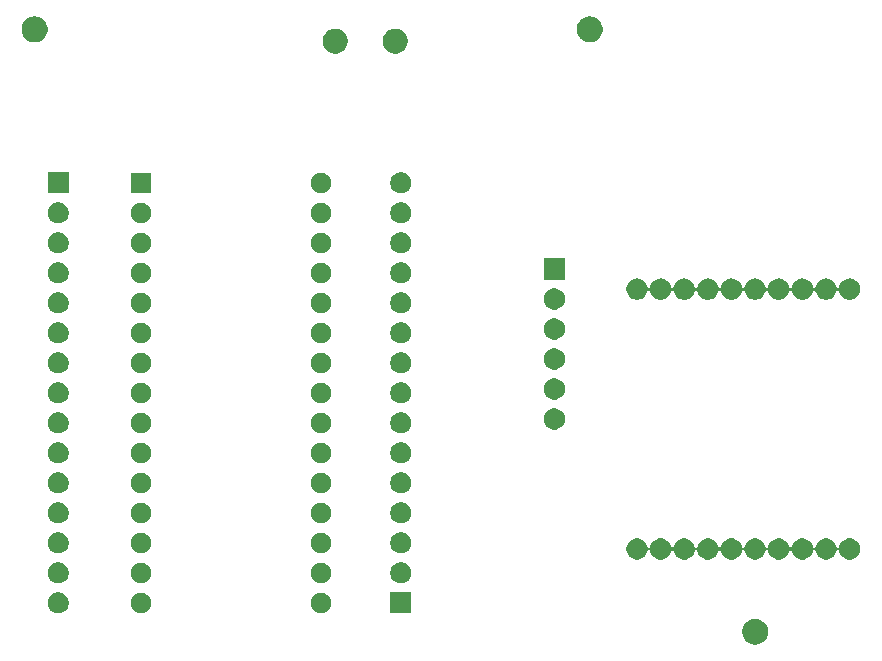
<source format=gbr>
G04 #@! TF.GenerationSoftware,KiCad,Pcbnew,5.1.5-52549c5~84~ubuntu19.04.1*
G04 #@! TF.CreationDate,2019-12-02T22:34:06+01:00*
G04 #@! TF.ProjectId,XbeeTestBench,58626565-5465-4737-9442-656e63682e6b,rev?*
G04 #@! TF.SameCoordinates,Original*
G04 #@! TF.FileFunction,Soldermask,Top*
G04 #@! TF.FilePolarity,Negative*
%FSLAX46Y46*%
G04 Gerber Fmt 4.6, Leading zero omitted, Abs format (unit mm)*
G04 Created by KiCad (PCBNEW 5.1.5-52549c5~84~ubuntu19.04.1) date 2019-12-02 22:34:06*
%MOMM*%
%LPD*%
G04 APERTURE LIST*
%ADD10C,0.100000*%
G04 APERTURE END LIST*
D10*
G36*
X157214795Y-96920156D02*
G01*
X157321150Y-96941311D01*
X157421334Y-96982809D01*
X157521520Y-97024307D01*
X157701844Y-97144795D01*
X157855205Y-97298156D01*
X157975693Y-97478480D01*
X158058689Y-97678851D01*
X158101000Y-97891560D01*
X158101000Y-98108440D01*
X158058689Y-98321149D01*
X157975693Y-98521520D01*
X157855205Y-98701844D01*
X157701844Y-98855205D01*
X157521520Y-98975693D01*
X157321150Y-99058689D01*
X157214794Y-99079845D01*
X157108440Y-99101000D01*
X156891560Y-99101000D01*
X156785206Y-99079845D01*
X156678850Y-99058689D01*
X156478480Y-98975693D01*
X156298156Y-98855205D01*
X156144795Y-98701844D01*
X156024307Y-98521520D01*
X155941311Y-98321149D01*
X155899000Y-98108440D01*
X155899000Y-97891560D01*
X155941311Y-97678851D01*
X156024307Y-97478480D01*
X156144795Y-97298156D01*
X156298156Y-97144795D01*
X156478480Y-97024307D01*
X156578666Y-96982809D01*
X156678850Y-96941311D01*
X156785205Y-96920156D01*
X156891560Y-96899000D01*
X157108440Y-96899000D01*
X157214795Y-96920156D01*
G37*
G36*
X127901000Y-96461000D02*
G01*
X126099000Y-96461000D01*
X126099000Y-94659000D01*
X127901000Y-94659000D01*
X127901000Y-96461000D01*
G37*
G36*
X98113512Y-94663927D02*
G01*
X98262812Y-94693624D01*
X98426784Y-94761544D01*
X98574354Y-94860147D01*
X98699853Y-94985646D01*
X98798456Y-95133216D01*
X98866376Y-95297188D01*
X98901000Y-95471259D01*
X98901000Y-95648741D01*
X98866376Y-95822812D01*
X98798456Y-95986784D01*
X98699853Y-96134354D01*
X98574354Y-96259853D01*
X98426784Y-96358456D01*
X98262812Y-96426376D01*
X98113512Y-96456073D01*
X98088742Y-96461000D01*
X97911258Y-96461000D01*
X97886488Y-96456073D01*
X97737188Y-96426376D01*
X97573216Y-96358456D01*
X97425646Y-96259853D01*
X97300147Y-96134354D01*
X97201544Y-95986784D01*
X97133624Y-95822812D01*
X97099000Y-95648741D01*
X97099000Y-95471259D01*
X97133624Y-95297188D01*
X97201544Y-95133216D01*
X97300147Y-94985646D01*
X97425646Y-94860147D01*
X97573216Y-94761544D01*
X97737188Y-94693624D01*
X97886488Y-94663927D01*
X97911258Y-94659000D01*
X98088742Y-94659000D01*
X98113512Y-94663927D01*
G37*
G36*
X120488228Y-94741703D02*
G01*
X120643100Y-94805853D01*
X120782481Y-94898985D01*
X120901015Y-95017519D01*
X120994147Y-95156900D01*
X121058297Y-95311772D01*
X121091000Y-95476184D01*
X121091000Y-95643816D01*
X121058297Y-95808228D01*
X120994147Y-95963100D01*
X120901015Y-96102481D01*
X120782481Y-96221015D01*
X120643100Y-96314147D01*
X120488228Y-96378297D01*
X120323816Y-96411000D01*
X120156184Y-96411000D01*
X119991772Y-96378297D01*
X119836900Y-96314147D01*
X119697519Y-96221015D01*
X119578985Y-96102481D01*
X119485853Y-95963100D01*
X119421703Y-95808228D01*
X119389000Y-95643816D01*
X119389000Y-95476184D01*
X119421703Y-95311772D01*
X119485853Y-95156900D01*
X119578985Y-95017519D01*
X119697519Y-94898985D01*
X119836900Y-94805853D01*
X119991772Y-94741703D01*
X120156184Y-94709000D01*
X120323816Y-94709000D01*
X120488228Y-94741703D01*
G37*
G36*
X105248228Y-94741703D02*
G01*
X105403100Y-94805853D01*
X105542481Y-94898985D01*
X105661015Y-95017519D01*
X105754147Y-95156900D01*
X105818297Y-95311772D01*
X105851000Y-95476184D01*
X105851000Y-95643816D01*
X105818297Y-95808228D01*
X105754147Y-95963100D01*
X105661015Y-96102481D01*
X105542481Y-96221015D01*
X105403100Y-96314147D01*
X105248228Y-96378297D01*
X105083816Y-96411000D01*
X104916184Y-96411000D01*
X104751772Y-96378297D01*
X104596900Y-96314147D01*
X104457519Y-96221015D01*
X104338985Y-96102481D01*
X104245853Y-95963100D01*
X104181703Y-95808228D01*
X104149000Y-95643816D01*
X104149000Y-95476184D01*
X104181703Y-95311772D01*
X104245853Y-95156900D01*
X104338985Y-95017519D01*
X104457519Y-94898985D01*
X104596900Y-94805853D01*
X104751772Y-94741703D01*
X104916184Y-94709000D01*
X105083816Y-94709000D01*
X105248228Y-94741703D01*
G37*
G36*
X127113512Y-92123927D02*
G01*
X127262812Y-92153624D01*
X127426784Y-92221544D01*
X127574354Y-92320147D01*
X127699853Y-92445646D01*
X127798456Y-92593216D01*
X127866376Y-92757188D01*
X127901000Y-92931259D01*
X127901000Y-93108741D01*
X127866376Y-93282812D01*
X127798456Y-93446784D01*
X127699853Y-93594354D01*
X127574354Y-93719853D01*
X127426784Y-93818456D01*
X127262812Y-93886376D01*
X127113512Y-93916073D01*
X127088742Y-93921000D01*
X126911258Y-93921000D01*
X126886488Y-93916073D01*
X126737188Y-93886376D01*
X126573216Y-93818456D01*
X126425646Y-93719853D01*
X126300147Y-93594354D01*
X126201544Y-93446784D01*
X126133624Y-93282812D01*
X126099000Y-93108741D01*
X126099000Y-92931259D01*
X126133624Y-92757188D01*
X126201544Y-92593216D01*
X126300147Y-92445646D01*
X126425646Y-92320147D01*
X126573216Y-92221544D01*
X126737188Y-92153624D01*
X126886488Y-92123927D01*
X126911258Y-92119000D01*
X127088742Y-92119000D01*
X127113512Y-92123927D01*
G37*
G36*
X98113512Y-92123927D02*
G01*
X98262812Y-92153624D01*
X98426784Y-92221544D01*
X98574354Y-92320147D01*
X98699853Y-92445646D01*
X98798456Y-92593216D01*
X98866376Y-92757188D01*
X98901000Y-92931259D01*
X98901000Y-93108741D01*
X98866376Y-93282812D01*
X98798456Y-93446784D01*
X98699853Y-93594354D01*
X98574354Y-93719853D01*
X98426784Y-93818456D01*
X98262812Y-93886376D01*
X98113512Y-93916073D01*
X98088742Y-93921000D01*
X97911258Y-93921000D01*
X97886488Y-93916073D01*
X97737188Y-93886376D01*
X97573216Y-93818456D01*
X97425646Y-93719853D01*
X97300147Y-93594354D01*
X97201544Y-93446784D01*
X97133624Y-93282812D01*
X97099000Y-93108741D01*
X97099000Y-92931259D01*
X97133624Y-92757188D01*
X97201544Y-92593216D01*
X97300147Y-92445646D01*
X97425646Y-92320147D01*
X97573216Y-92221544D01*
X97737188Y-92153624D01*
X97886488Y-92123927D01*
X97911258Y-92119000D01*
X98088742Y-92119000D01*
X98113512Y-92123927D01*
G37*
G36*
X120488228Y-92201703D02*
G01*
X120643100Y-92265853D01*
X120782481Y-92358985D01*
X120901015Y-92477519D01*
X120994147Y-92616900D01*
X121058297Y-92771772D01*
X121091000Y-92936184D01*
X121091000Y-93103816D01*
X121058297Y-93268228D01*
X120994147Y-93423100D01*
X120901015Y-93562481D01*
X120782481Y-93681015D01*
X120643100Y-93774147D01*
X120488228Y-93838297D01*
X120323816Y-93871000D01*
X120156184Y-93871000D01*
X119991772Y-93838297D01*
X119836900Y-93774147D01*
X119697519Y-93681015D01*
X119578985Y-93562481D01*
X119485853Y-93423100D01*
X119421703Y-93268228D01*
X119389000Y-93103816D01*
X119389000Y-92936184D01*
X119421703Y-92771772D01*
X119485853Y-92616900D01*
X119578985Y-92477519D01*
X119697519Y-92358985D01*
X119836900Y-92265853D01*
X119991772Y-92201703D01*
X120156184Y-92169000D01*
X120323816Y-92169000D01*
X120488228Y-92201703D01*
G37*
G36*
X105248228Y-92201703D02*
G01*
X105403100Y-92265853D01*
X105542481Y-92358985D01*
X105661015Y-92477519D01*
X105754147Y-92616900D01*
X105818297Y-92771772D01*
X105851000Y-92936184D01*
X105851000Y-93103816D01*
X105818297Y-93268228D01*
X105754147Y-93423100D01*
X105661015Y-93562481D01*
X105542481Y-93681015D01*
X105403100Y-93774147D01*
X105248228Y-93838297D01*
X105083816Y-93871000D01*
X104916184Y-93871000D01*
X104751772Y-93838297D01*
X104596900Y-93774147D01*
X104457519Y-93681015D01*
X104338985Y-93562481D01*
X104245853Y-93423100D01*
X104181703Y-93268228D01*
X104149000Y-93103816D01*
X104149000Y-92936184D01*
X104181703Y-92771772D01*
X104245853Y-92616900D01*
X104338985Y-92477519D01*
X104457519Y-92358985D01*
X104596900Y-92265853D01*
X104751772Y-92201703D01*
X104916184Y-92169000D01*
X105083816Y-92169000D01*
X105248228Y-92201703D01*
G37*
G36*
X147113512Y-90103927D02*
G01*
X147262812Y-90133624D01*
X147426784Y-90201544D01*
X147574354Y-90300147D01*
X147699853Y-90425646D01*
X147798456Y-90573216D01*
X147866376Y-90737188D01*
X147877405Y-90792638D01*
X147884516Y-90816078D01*
X147896067Y-90837689D01*
X147911613Y-90856631D01*
X147930555Y-90872176D01*
X147952165Y-90883727D01*
X147975614Y-90890840D01*
X148000000Y-90893242D01*
X148024387Y-90890840D01*
X148047835Y-90883727D01*
X148069446Y-90872176D01*
X148088388Y-90856630D01*
X148103933Y-90837688D01*
X148115484Y-90816078D01*
X148122595Y-90792638D01*
X148133624Y-90737188D01*
X148201544Y-90573216D01*
X148300147Y-90425646D01*
X148425646Y-90300147D01*
X148573216Y-90201544D01*
X148737188Y-90133624D01*
X148886488Y-90103927D01*
X148911258Y-90099000D01*
X149088742Y-90099000D01*
X149113512Y-90103927D01*
X149262812Y-90133624D01*
X149426784Y-90201544D01*
X149574354Y-90300147D01*
X149699853Y-90425646D01*
X149798456Y-90573216D01*
X149866376Y-90737188D01*
X149877405Y-90792638D01*
X149884516Y-90816078D01*
X149896067Y-90837689D01*
X149911613Y-90856631D01*
X149930555Y-90872176D01*
X149952165Y-90883727D01*
X149975614Y-90890840D01*
X150000000Y-90893242D01*
X150024387Y-90890840D01*
X150047835Y-90883727D01*
X150069446Y-90872176D01*
X150088388Y-90856630D01*
X150103933Y-90837688D01*
X150115484Y-90816078D01*
X150122595Y-90792638D01*
X150133624Y-90737188D01*
X150201544Y-90573216D01*
X150300147Y-90425646D01*
X150425646Y-90300147D01*
X150573216Y-90201544D01*
X150737188Y-90133624D01*
X150886488Y-90103927D01*
X150911258Y-90099000D01*
X151088742Y-90099000D01*
X151113512Y-90103927D01*
X151262812Y-90133624D01*
X151426784Y-90201544D01*
X151574354Y-90300147D01*
X151699853Y-90425646D01*
X151798456Y-90573216D01*
X151866376Y-90737188D01*
X151877405Y-90792638D01*
X151884516Y-90816078D01*
X151896067Y-90837689D01*
X151911613Y-90856631D01*
X151930555Y-90872176D01*
X151952165Y-90883727D01*
X151975614Y-90890840D01*
X152000000Y-90893242D01*
X152024387Y-90890840D01*
X152047835Y-90883727D01*
X152069446Y-90872176D01*
X152088388Y-90856630D01*
X152103933Y-90837688D01*
X152115484Y-90816078D01*
X152122595Y-90792638D01*
X152133624Y-90737188D01*
X152201544Y-90573216D01*
X152300147Y-90425646D01*
X152425646Y-90300147D01*
X152573216Y-90201544D01*
X152737188Y-90133624D01*
X152886488Y-90103927D01*
X152911258Y-90099000D01*
X153088742Y-90099000D01*
X153113512Y-90103927D01*
X153262812Y-90133624D01*
X153426784Y-90201544D01*
X153574354Y-90300147D01*
X153699853Y-90425646D01*
X153798456Y-90573216D01*
X153866376Y-90737188D01*
X153877405Y-90792638D01*
X153884516Y-90816078D01*
X153896067Y-90837689D01*
X153911613Y-90856631D01*
X153930555Y-90872176D01*
X153952165Y-90883727D01*
X153975614Y-90890840D01*
X154000000Y-90893242D01*
X154024387Y-90890840D01*
X154047835Y-90883727D01*
X154069446Y-90872176D01*
X154088388Y-90856630D01*
X154103933Y-90837688D01*
X154115484Y-90816078D01*
X154122595Y-90792638D01*
X154133624Y-90737188D01*
X154201544Y-90573216D01*
X154300147Y-90425646D01*
X154425646Y-90300147D01*
X154573216Y-90201544D01*
X154737188Y-90133624D01*
X154886488Y-90103927D01*
X154911258Y-90099000D01*
X155088742Y-90099000D01*
X155113512Y-90103927D01*
X155262812Y-90133624D01*
X155426784Y-90201544D01*
X155574354Y-90300147D01*
X155699853Y-90425646D01*
X155798456Y-90573216D01*
X155866376Y-90737188D01*
X155877405Y-90792638D01*
X155884516Y-90816078D01*
X155896067Y-90837689D01*
X155911613Y-90856631D01*
X155930555Y-90872176D01*
X155952165Y-90883727D01*
X155975614Y-90890840D01*
X156000000Y-90893242D01*
X156024387Y-90890840D01*
X156047835Y-90883727D01*
X156069446Y-90872176D01*
X156088388Y-90856630D01*
X156103933Y-90837688D01*
X156115484Y-90816078D01*
X156122595Y-90792638D01*
X156133624Y-90737188D01*
X156201544Y-90573216D01*
X156300147Y-90425646D01*
X156425646Y-90300147D01*
X156573216Y-90201544D01*
X156737188Y-90133624D01*
X156886488Y-90103927D01*
X156911258Y-90099000D01*
X157088742Y-90099000D01*
X157113512Y-90103927D01*
X157262812Y-90133624D01*
X157426784Y-90201544D01*
X157574354Y-90300147D01*
X157699853Y-90425646D01*
X157798456Y-90573216D01*
X157866376Y-90737188D01*
X157877405Y-90792638D01*
X157884516Y-90816078D01*
X157896067Y-90837689D01*
X157911613Y-90856631D01*
X157930555Y-90872176D01*
X157952165Y-90883727D01*
X157975614Y-90890840D01*
X158000000Y-90893242D01*
X158024387Y-90890840D01*
X158047835Y-90883727D01*
X158069446Y-90872176D01*
X158088388Y-90856630D01*
X158103933Y-90837688D01*
X158115484Y-90816078D01*
X158122595Y-90792638D01*
X158133624Y-90737188D01*
X158201544Y-90573216D01*
X158300147Y-90425646D01*
X158425646Y-90300147D01*
X158573216Y-90201544D01*
X158737188Y-90133624D01*
X158886488Y-90103927D01*
X158911258Y-90099000D01*
X159088742Y-90099000D01*
X159113512Y-90103927D01*
X159262812Y-90133624D01*
X159426784Y-90201544D01*
X159574354Y-90300147D01*
X159699853Y-90425646D01*
X159798456Y-90573216D01*
X159866376Y-90737188D01*
X159877405Y-90792638D01*
X159884516Y-90816078D01*
X159896067Y-90837689D01*
X159911613Y-90856631D01*
X159930555Y-90872176D01*
X159952165Y-90883727D01*
X159975614Y-90890840D01*
X160000000Y-90893242D01*
X160024387Y-90890840D01*
X160047835Y-90883727D01*
X160069446Y-90872176D01*
X160088388Y-90856630D01*
X160103933Y-90837688D01*
X160115484Y-90816078D01*
X160122595Y-90792638D01*
X160133624Y-90737188D01*
X160201544Y-90573216D01*
X160300147Y-90425646D01*
X160425646Y-90300147D01*
X160573216Y-90201544D01*
X160737188Y-90133624D01*
X160886488Y-90103927D01*
X160911258Y-90099000D01*
X161088742Y-90099000D01*
X161113512Y-90103927D01*
X161262812Y-90133624D01*
X161426784Y-90201544D01*
X161574354Y-90300147D01*
X161699853Y-90425646D01*
X161798456Y-90573216D01*
X161866376Y-90737188D01*
X161877405Y-90792638D01*
X161884516Y-90816078D01*
X161896067Y-90837689D01*
X161911613Y-90856631D01*
X161930555Y-90872176D01*
X161952165Y-90883727D01*
X161975614Y-90890840D01*
X162000000Y-90893242D01*
X162024387Y-90890840D01*
X162047835Y-90883727D01*
X162069446Y-90872176D01*
X162088388Y-90856630D01*
X162103933Y-90837688D01*
X162115484Y-90816078D01*
X162122595Y-90792638D01*
X162133624Y-90737188D01*
X162201544Y-90573216D01*
X162300147Y-90425646D01*
X162425646Y-90300147D01*
X162573216Y-90201544D01*
X162737188Y-90133624D01*
X162886488Y-90103927D01*
X162911258Y-90099000D01*
X163088742Y-90099000D01*
X163113512Y-90103927D01*
X163262812Y-90133624D01*
X163426784Y-90201544D01*
X163574354Y-90300147D01*
X163699853Y-90425646D01*
X163798456Y-90573216D01*
X163866376Y-90737188D01*
X163877405Y-90792638D01*
X163884516Y-90816078D01*
X163896067Y-90837689D01*
X163911613Y-90856631D01*
X163930555Y-90872176D01*
X163952165Y-90883727D01*
X163975614Y-90890840D01*
X164000000Y-90893242D01*
X164024387Y-90890840D01*
X164047835Y-90883727D01*
X164069446Y-90872176D01*
X164088388Y-90856630D01*
X164103933Y-90837688D01*
X164115484Y-90816078D01*
X164122595Y-90792638D01*
X164133624Y-90737188D01*
X164201544Y-90573216D01*
X164300147Y-90425646D01*
X164425646Y-90300147D01*
X164573216Y-90201544D01*
X164737188Y-90133624D01*
X164886488Y-90103927D01*
X164911258Y-90099000D01*
X165088742Y-90099000D01*
X165113512Y-90103927D01*
X165262812Y-90133624D01*
X165426784Y-90201544D01*
X165574354Y-90300147D01*
X165699853Y-90425646D01*
X165798456Y-90573216D01*
X165866376Y-90737188D01*
X165886366Y-90837688D01*
X165900110Y-90906782D01*
X165901000Y-90911259D01*
X165901000Y-91088741D01*
X165866376Y-91262812D01*
X165798456Y-91426784D01*
X165699853Y-91574354D01*
X165574354Y-91699853D01*
X165426784Y-91798456D01*
X165262812Y-91866376D01*
X165113512Y-91896073D01*
X165088742Y-91901000D01*
X164911258Y-91901000D01*
X164886488Y-91896073D01*
X164737188Y-91866376D01*
X164573216Y-91798456D01*
X164425646Y-91699853D01*
X164300147Y-91574354D01*
X164201544Y-91426784D01*
X164133624Y-91262812D01*
X164122595Y-91207362D01*
X164115484Y-91183922D01*
X164103933Y-91162311D01*
X164088387Y-91143369D01*
X164069445Y-91127824D01*
X164047835Y-91116273D01*
X164024386Y-91109160D01*
X164000000Y-91106758D01*
X163975613Y-91109160D01*
X163952165Y-91116273D01*
X163930554Y-91127824D01*
X163911612Y-91143370D01*
X163896067Y-91162312D01*
X163884516Y-91183922D01*
X163877405Y-91207362D01*
X163866376Y-91262812D01*
X163798456Y-91426784D01*
X163699853Y-91574354D01*
X163574354Y-91699853D01*
X163426784Y-91798456D01*
X163262812Y-91866376D01*
X163113512Y-91896073D01*
X163088742Y-91901000D01*
X162911258Y-91901000D01*
X162886488Y-91896073D01*
X162737188Y-91866376D01*
X162573216Y-91798456D01*
X162425646Y-91699853D01*
X162300147Y-91574354D01*
X162201544Y-91426784D01*
X162133624Y-91262812D01*
X162122595Y-91207362D01*
X162115484Y-91183922D01*
X162103933Y-91162311D01*
X162088387Y-91143369D01*
X162069445Y-91127824D01*
X162047835Y-91116273D01*
X162024386Y-91109160D01*
X162000000Y-91106758D01*
X161975613Y-91109160D01*
X161952165Y-91116273D01*
X161930554Y-91127824D01*
X161911612Y-91143370D01*
X161896067Y-91162312D01*
X161884516Y-91183922D01*
X161877405Y-91207362D01*
X161866376Y-91262812D01*
X161798456Y-91426784D01*
X161699853Y-91574354D01*
X161574354Y-91699853D01*
X161426784Y-91798456D01*
X161262812Y-91866376D01*
X161113512Y-91896073D01*
X161088742Y-91901000D01*
X160911258Y-91901000D01*
X160886488Y-91896073D01*
X160737188Y-91866376D01*
X160573216Y-91798456D01*
X160425646Y-91699853D01*
X160300147Y-91574354D01*
X160201544Y-91426784D01*
X160133624Y-91262812D01*
X160122595Y-91207362D01*
X160115484Y-91183922D01*
X160103933Y-91162311D01*
X160088387Y-91143369D01*
X160069445Y-91127824D01*
X160047835Y-91116273D01*
X160024386Y-91109160D01*
X160000000Y-91106758D01*
X159975613Y-91109160D01*
X159952165Y-91116273D01*
X159930554Y-91127824D01*
X159911612Y-91143370D01*
X159896067Y-91162312D01*
X159884516Y-91183922D01*
X159877405Y-91207362D01*
X159866376Y-91262812D01*
X159798456Y-91426784D01*
X159699853Y-91574354D01*
X159574354Y-91699853D01*
X159426784Y-91798456D01*
X159262812Y-91866376D01*
X159113512Y-91896073D01*
X159088742Y-91901000D01*
X158911258Y-91901000D01*
X158886488Y-91896073D01*
X158737188Y-91866376D01*
X158573216Y-91798456D01*
X158425646Y-91699853D01*
X158300147Y-91574354D01*
X158201544Y-91426784D01*
X158133624Y-91262812D01*
X158122595Y-91207362D01*
X158115484Y-91183922D01*
X158103933Y-91162311D01*
X158088387Y-91143369D01*
X158069445Y-91127824D01*
X158047835Y-91116273D01*
X158024386Y-91109160D01*
X158000000Y-91106758D01*
X157975613Y-91109160D01*
X157952165Y-91116273D01*
X157930554Y-91127824D01*
X157911612Y-91143370D01*
X157896067Y-91162312D01*
X157884516Y-91183922D01*
X157877405Y-91207362D01*
X157866376Y-91262812D01*
X157798456Y-91426784D01*
X157699853Y-91574354D01*
X157574354Y-91699853D01*
X157426784Y-91798456D01*
X157262812Y-91866376D01*
X157113512Y-91896073D01*
X157088742Y-91901000D01*
X156911258Y-91901000D01*
X156886488Y-91896073D01*
X156737188Y-91866376D01*
X156573216Y-91798456D01*
X156425646Y-91699853D01*
X156300147Y-91574354D01*
X156201544Y-91426784D01*
X156133624Y-91262812D01*
X156122595Y-91207362D01*
X156115484Y-91183922D01*
X156103933Y-91162311D01*
X156088387Y-91143369D01*
X156069445Y-91127824D01*
X156047835Y-91116273D01*
X156024386Y-91109160D01*
X156000000Y-91106758D01*
X155975613Y-91109160D01*
X155952165Y-91116273D01*
X155930554Y-91127824D01*
X155911612Y-91143370D01*
X155896067Y-91162312D01*
X155884516Y-91183922D01*
X155877405Y-91207362D01*
X155866376Y-91262812D01*
X155798456Y-91426784D01*
X155699853Y-91574354D01*
X155574354Y-91699853D01*
X155426784Y-91798456D01*
X155262812Y-91866376D01*
X155113512Y-91896073D01*
X155088742Y-91901000D01*
X154911258Y-91901000D01*
X154886488Y-91896073D01*
X154737188Y-91866376D01*
X154573216Y-91798456D01*
X154425646Y-91699853D01*
X154300147Y-91574354D01*
X154201544Y-91426784D01*
X154133624Y-91262812D01*
X154122595Y-91207362D01*
X154115484Y-91183922D01*
X154103933Y-91162311D01*
X154088387Y-91143369D01*
X154069445Y-91127824D01*
X154047835Y-91116273D01*
X154024386Y-91109160D01*
X154000000Y-91106758D01*
X153975613Y-91109160D01*
X153952165Y-91116273D01*
X153930554Y-91127824D01*
X153911612Y-91143370D01*
X153896067Y-91162312D01*
X153884516Y-91183922D01*
X153877405Y-91207362D01*
X153866376Y-91262812D01*
X153798456Y-91426784D01*
X153699853Y-91574354D01*
X153574354Y-91699853D01*
X153426784Y-91798456D01*
X153262812Y-91866376D01*
X153113512Y-91896073D01*
X153088742Y-91901000D01*
X152911258Y-91901000D01*
X152886488Y-91896073D01*
X152737188Y-91866376D01*
X152573216Y-91798456D01*
X152425646Y-91699853D01*
X152300147Y-91574354D01*
X152201544Y-91426784D01*
X152133624Y-91262812D01*
X152122595Y-91207362D01*
X152115484Y-91183922D01*
X152103933Y-91162311D01*
X152088387Y-91143369D01*
X152069445Y-91127824D01*
X152047835Y-91116273D01*
X152024386Y-91109160D01*
X152000000Y-91106758D01*
X151975613Y-91109160D01*
X151952165Y-91116273D01*
X151930554Y-91127824D01*
X151911612Y-91143370D01*
X151896067Y-91162312D01*
X151884516Y-91183922D01*
X151877405Y-91207362D01*
X151866376Y-91262812D01*
X151798456Y-91426784D01*
X151699853Y-91574354D01*
X151574354Y-91699853D01*
X151426784Y-91798456D01*
X151262812Y-91866376D01*
X151113512Y-91896073D01*
X151088742Y-91901000D01*
X150911258Y-91901000D01*
X150886488Y-91896073D01*
X150737188Y-91866376D01*
X150573216Y-91798456D01*
X150425646Y-91699853D01*
X150300147Y-91574354D01*
X150201544Y-91426784D01*
X150133624Y-91262812D01*
X150122595Y-91207362D01*
X150115484Y-91183922D01*
X150103933Y-91162311D01*
X150088387Y-91143369D01*
X150069445Y-91127824D01*
X150047835Y-91116273D01*
X150024386Y-91109160D01*
X150000000Y-91106758D01*
X149975613Y-91109160D01*
X149952165Y-91116273D01*
X149930554Y-91127824D01*
X149911612Y-91143370D01*
X149896067Y-91162312D01*
X149884516Y-91183922D01*
X149877405Y-91207362D01*
X149866376Y-91262812D01*
X149798456Y-91426784D01*
X149699853Y-91574354D01*
X149574354Y-91699853D01*
X149426784Y-91798456D01*
X149262812Y-91866376D01*
X149113512Y-91896073D01*
X149088742Y-91901000D01*
X148911258Y-91901000D01*
X148886488Y-91896073D01*
X148737188Y-91866376D01*
X148573216Y-91798456D01*
X148425646Y-91699853D01*
X148300147Y-91574354D01*
X148201544Y-91426784D01*
X148133624Y-91262812D01*
X148122595Y-91207362D01*
X148115484Y-91183922D01*
X148103933Y-91162311D01*
X148088387Y-91143369D01*
X148069445Y-91127824D01*
X148047835Y-91116273D01*
X148024386Y-91109160D01*
X148000000Y-91106758D01*
X147975613Y-91109160D01*
X147952165Y-91116273D01*
X147930554Y-91127824D01*
X147911612Y-91143370D01*
X147896067Y-91162312D01*
X147884516Y-91183922D01*
X147877405Y-91207362D01*
X147866376Y-91262812D01*
X147798456Y-91426784D01*
X147699853Y-91574354D01*
X147574354Y-91699853D01*
X147426784Y-91798456D01*
X147262812Y-91866376D01*
X147113512Y-91896073D01*
X147088742Y-91901000D01*
X146911258Y-91901000D01*
X146886488Y-91896073D01*
X146737188Y-91866376D01*
X146573216Y-91798456D01*
X146425646Y-91699853D01*
X146300147Y-91574354D01*
X146201544Y-91426784D01*
X146133624Y-91262812D01*
X146099000Y-91088741D01*
X146099000Y-90911259D01*
X146099891Y-90906782D01*
X146113634Y-90837688D01*
X146133624Y-90737188D01*
X146201544Y-90573216D01*
X146300147Y-90425646D01*
X146425646Y-90300147D01*
X146573216Y-90201544D01*
X146737188Y-90133624D01*
X146886488Y-90103927D01*
X146911258Y-90099000D01*
X147088742Y-90099000D01*
X147113512Y-90103927D01*
G37*
G36*
X98113512Y-89583927D02*
G01*
X98262812Y-89613624D01*
X98426784Y-89681544D01*
X98574354Y-89780147D01*
X98699853Y-89905646D01*
X98798456Y-90053216D01*
X98866376Y-90217188D01*
X98882877Y-90300147D01*
X98901000Y-90391258D01*
X98901000Y-90568742D01*
X98896073Y-90593512D01*
X98866376Y-90742812D01*
X98798456Y-90906784D01*
X98699853Y-91054354D01*
X98574354Y-91179853D01*
X98426784Y-91278456D01*
X98262812Y-91346376D01*
X98113512Y-91376073D01*
X98088742Y-91381000D01*
X97911258Y-91381000D01*
X97886488Y-91376073D01*
X97737188Y-91346376D01*
X97573216Y-91278456D01*
X97425646Y-91179853D01*
X97300147Y-91054354D01*
X97201544Y-90906784D01*
X97133624Y-90742812D01*
X97103927Y-90593512D01*
X97099000Y-90568742D01*
X97099000Y-90391258D01*
X97117123Y-90300147D01*
X97133624Y-90217188D01*
X97201544Y-90053216D01*
X97300147Y-89905646D01*
X97425646Y-89780147D01*
X97573216Y-89681544D01*
X97737188Y-89613624D01*
X97886488Y-89583927D01*
X97911258Y-89579000D01*
X98088742Y-89579000D01*
X98113512Y-89583927D01*
G37*
G36*
X127113512Y-89583927D02*
G01*
X127262812Y-89613624D01*
X127426784Y-89681544D01*
X127574354Y-89780147D01*
X127699853Y-89905646D01*
X127798456Y-90053216D01*
X127866376Y-90217188D01*
X127882877Y-90300147D01*
X127901000Y-90391258D01*
X127901000Y-90568742D01*
X127896073Y-90593512D01*
X127866376Y-90742812D01*
X127798456Y-90906784D01*
X127699853Y-91054354D01*
X127574354Y-91179853D01*
X127426784Y-91278456D01*
X127262812Y-91346376D01*
X127113512Y-91376073D01*
X127088742Y-91381000D01*
X126911258Y-91381000D01*
X126886488Y-91376073D01*
X126737188Y-91346376D01*
X126573216Y-91278456D01*
X126425646Y-91179853D01*
X126300147Y-91054354D01*
X126201544Y-90906784D01*
X126133624Y-90742812D01*
X126103927Y-90593512D01*
X126099000Y-90568742D01*
X126099000Y-90391258D01*
X126117123Y-90300147D01*
X126133624Y-90217188D01*
X126201544Y-90053216D01*
X126300147Y-89905646D01*
X126425646Y-89780147D01*
X126573216Y-89681544D01*
X126737188Y-89613624D01*
X126886488Y-89583927D01*
X126911258Y-89579000D01*
X127088742Y-89579000D01*
X127113512Y-89583927D01*
G37*
G36*
X120488228Y-89661703D02*
G01*
X120643100Y-89725853D01*
X120782481Y-89818985D01*
X120901015Y-89937519D01*
X120994147Y-90076900D01*
X121058297Y-90231772D01*
X121091000Y-90396184D01*
X121091000Y-90563816D01*
X121058297Y-90728228D01*
X120994147Y-90883100D01*
X120901015Y-91022481D01*
X120782481Y-91141015D01*
X120643100Y-91234147D01*
X120488228Y-91298297D01*
X120323816Y-91331000D01*
X120156184Y-91331000D01*
X119991772Y-91298297D01*
X119836900Y-91234147D01*
X119697519Y-91141015D01*
X119578985Y-91022481D01*
X119485853Y-90883100D01*
X119421703Y-90728228D01*
X119389000Y-90563816D01*
X119389000Y-90396184D01*
X119421703Y-90231772D01*
X119485853Y-90076900D01*
X119578985Y-89937519D01*
X119697519Y-89818985D01*
X119836900Y-89725853D01*
X119991772Y-89661703D01*
X120156184Y-89629000D01*
X120323816Y-89629000D01*
X120488228Y-89661703D01*
G37*
G36*
X105248228Y-89661703D02*
G01*
X105403100Y-89725853D01*
X105542481Y-89818985D01*
X105661015Y-89937519D01*
X105754147Y-90076900D01*
X105818297Y-90231772D01*
X105851000Y-90396184D01*
X105851000Y-90563816D01*
X105818297Y-90728228D01*
X105754147Y-90883100D01*
X105661015Y-91022481D01*
X105542481Y-91141015D01*
X105403100Y-91234147D01*
X105248228Y-91298297D01*
X105083816Y-91331000D01*
X104916184Y-91331000D01*
X104751772Y-91298297D01*
X104596900Y-91234147D01*
X104457519Y-91141015D01*
X104338985Y-91022481D01*
X104245853Y-90883100D01*
X104181703Y-90728228D01*
X104149000Y-90563816D01*
X104149000Y-90396184D01*
X104181703Y-90231772D01*
X104245853Y-90076900D01*
X104338985Y-89937519D01*
X104457519Y-89818985D01*
X104596900Y-89725853D01*
X104751772Y-89661703D01*
X104916184Y-89629000D01*
X105083816Y-89629000D01*
X105248228Y-89661703D01*
G37*
G36*
X127113512Y-87043927D02*
G01*
X127262812Y-87073624D01*
X127426784Y-87141544D01*
X127574354Y-87240147D01*
X127699853Y-87365646D01*
X127798456Y-87513216D01*
X127866376Y-87677188D01*
X127901000Y-87851259D01*
X127901000Y-88028741D01*
X127866376Y-88202812D01*
X127798456Y-88366784D01*
X127699853Y-88514354D01*
X127574354Y-88639853D01*
X127426784Y-88738456D01*
X127262812Y-88806376D01*
X127113512Y-88836073D01*
X127088742Y-88841000D01*
X126911258Y-88841000D01*
X126886488Y-88836073D01*
X126737188Y-88806376D01*
X126573216Y-88738456D01*
X126425646Y-88639853D01*
X126300147Y-88514354D01*
X126201544Y-88366784D01*
X126133624Y-88202812D01*
X126099000Y-88028741D01*
X126099000Y-87851259D01*
X126133624Y-87677188D01*
X126201544Y-87513216D01*
X126300147Y-87365646D01*
X126425646Y-87240147D01*
X126573216Y-87141544D01*
X126737188Y-87073624D01*
X126886488Y-87043927D01*
X126911258Y-87039000D01*
X127088742Y-87039000D01*
X127113512Y-87043927D01*
G37*
G36*
X98113512Y-87043927D02*
G01*
X98262812Y-87073624D01*
X98426784Y-87141544D01*
X98574354Y-87240147D01*
X98699853Y-87365646D01*
X98798456Y-87513216D01*
X98866376Y-87677188D01*
X98901000Y-87851259D01*
X98901000Y-88028741D01*
X98866376Y-88202812D01*
X98798456Y-88366784D01*
X98699853Y-88514354D01*
X98574354Y-88639853D01*
X98426784Y-88738456D01*
X98262812Y-88806376D01*
X98113512Y-88836073D01*
X98088742Y-88841000D01*
X97911258Y-88841000D01*
X97886488Y-88836073D01*
X97737188Y-88806376D01*
X97573216Y-88738456D01*
X97425646Y-88639853D01*
X97300147Y-88514354D01*
X97201544Y-88366784D01*
X97133624Y-88202812D01*
X97099000Y-88028741D01*
X97099000Y-87851259D01*
X97133624Y-87677188D01*
X97201544Y-87513216D01*
X97300147Y-87365646D01*
X97425646Y-87240147D01*
X97573216Y-87141544D01*
X97737188Y-87073624D01*
X97886488Y-87043927D01*
X97911258Y-87039000D01*
X98088742Y-87039000D01*
X98113512Y-87043927D01*
G37*
G36*
X120488228Y-87121703D02*
G01*
X120643100Y-87185853D01*
X120782481Y-87278985D01*
X120901015Y-87397519D01*
X120994147Y-87536900D01*
X121058297Y-87691772D01*
X121091000Y-87856184D01*
X121091000Y-88023816D01*
X121058297Y-88188228D01*
X120994147Y-88343100D01*
X120901015Y-88482481D01*
X120782481Y-88601015D01*
X120643100Y-88694147D01*
X120488228Y-88758297D01*
X120323816Y-88791000D01*
X120156184Y-88791000D01*
X119991772Y-88758297D01*
X119836900Y-88694147D01*
X119697519Y-88601015D01*
X119578985Y-88482481D01*
X119485853Y-88343100D01*
X119421703Y-88188228D01*
X119389000Y-88023816D01*
X119389000Y-87856184D01*
X119421703Y-87691772D01*
X119485853Y-87536900D01*
X119578985Y-87397519D01*
X119697519Y-87278985D01*
X119836900Y-87185853D01*
X119991772Y-87121703D01*
X120156184Y-87089000D01*
X120323816Y-87089000D01*
X120488228Y-87121703D01*
G37*
G36*
X105248228Y-87121703D02*
G01*
X105403100Y-87185853D01*
X105542481Y-87278985D01*
X105661015Y-87397519D01*
X105754147Y-87536900D01*
X105818297Y-87691772D01*
X105851000Y-87856184D01*
X105851000Y-88023816D01*
X105818297Y-88188228D01*
X105754147Y-88343100D01*
X105661015Y-88482481D01*
X105542481Y-88601015D01*
X105403100Y-88694147D01*
X105248228Y-88758297D01*
X105083816Y-88791000D01*
X104916184Y-88791000D01*
X104751772Y-88758297D01*
X104596900Y-88694147D01*
X104457519Y-88601015D01*
X104338985Y-88482481D01*
X104245853Y-88343100D01*
X104181703Y-88188228D01*
X104149000Y-88023816D01*
X104149000Y-87856184D01*
X104181703Y-87691772D01*
X104245853Y-87536900D01*
X104338985Y-87397519D01*
X104457519Y-87278985D01*
X104596900Y-87185853D01*
X104751772Y-87121703D01*
X104916184Y-87089000D01*
X105083816Y-87089000D01*
X105248228Y-87121703D01*
G37*
G36*
X127113512Y-84503927D02*
G01*
X127262812Y-84533624D01*
X127426784Y-84601544D01*
X127574354Y-84700147D01*
X127699853Y-84825646D01*
X127798456Y-84973216D01*
X127866376Y-85137188D01*
X127901000Y-85311259D01*
X127901000Y-85488741D01*
X127866376Y-85662812D01*
X127798456Y-85826784D01*
X127699853Y-85974354D01*
X127574354Y-86099853D01*
X127426784Y-86198456D01*
X127262812Y-86266376D01*
X127113512Y-86296073D01*
X127088742Y-86301000D01*
X126911258Y-86301000D01*
X126886488Y-86296073D01*
X126737188Y-86266376D01*
X126573216Y-86198456D01*
X126425646Y-86099853D01*
X126300147Y-85974354D01*
X126201544Y-85826784D01*
X126133624Y-85662812D01*
X126099000Y-85488741D01*
X126099000Y-85311259D01*
X126133624Y-85137188D01*
X126201544Y-84973216D01*
X126300147Y-84825646D01*
X126425646Y-84700147D01*
X126573216Y-84601544D01*
X126737188Y-84533624D01*
X126886488Y-84503927D01*
X126911258Y-84499000D01*
X127088742Y-84499000D01*
X127113512Y-84503927D01*
G37*
G36*
X98113512Y-84503927D02*
G01*
X98262812Y-84533624D01*
X98426784Y-84601544D01*
X98574354Y-84700147D01*
X98699853Y-84825646D01*
X98798456Y-84973216D01*
X98866376Y-85137188D01*
X98901000Y-85311259D01*
X98901000Y-85488741D01*
X98866376Y-85662812D01*
X98798456Y-85826784D01*
X98699853Y-85974354D01*
X98574354Y-86099853D01*
X98426784Y-86198456D01*
X98262812Y-86266376D01*
X98113512Y-86296073D01*
X98088742Y-86301000D01*
X97911258Y-86301000D01*
X97886488Y-86296073D01*
X97737188Y-86266376D01*
X97573216Y-86198456D01*
X97425646Y-86099853D01*
X97300147Y-85974354D01*
X97201544Y-85826784D01*
X97133624Y-85662812D01*
X97099000Y-85488741D01*
X97099000Y-85311259D01*
X97133624Y-85137188D01*
X97201544Y-84973216D01*
X97300147Y-84825646D01*
X97425646Y-84700147D01*
X97573216Y-84601544D01*
X97737188Y-84533624D01*
X97886488Y-84503927D01*
X97911258Y-84499000D01*
X98088742Y-84499000D01*
X98113512Y-84503927D01*
G37*
G36*
X120488228Y-84581703D02*
G01*
X120643100Y-84645853D01*
X120782481Y-84738985D01*
X120901015Y-84857519D01*
X120994147Y-84996900D01*
X121058297Y-85151772D01*
X121091000Y-85316184D01*
X121091000Y-85483816D01*
X121058297Y-85648228D01*
X120994147Y-85803100D01*
X120901015Y-85942481D01*
X120782481Y-86061015D01*
X120643100Y-86154147D01*
X120488228Y-86218297D01*
X120323816Y-86251000D01*
X120156184Y-86251000D01*
X119991772Y-86218297D01*
X119836900Y-86154147D01*
X119697519Y-86061015D01*
X119578985Y-85942481D01*
X119485853Y-85803100D01*
X119421703Y-85648228D01*
X119389000Y-85483816D01*
X119389000Y-85316184D01*
X119421703Y-85151772D01*
X119485853Y-84996900D01*
X119578985Y-84857519D01*
X119697519Y-84738985D01*
X119836900Y-84645853D01*
X119991772Y-84581703D01*
X120156184Y-84549000D01*
X120323816Y-84549000D01*
X120488228Y-84581703D01*
G37*
G36*
X105248228Y-84581703D02*
G01*
X105403100Y-84645853D01*
X105542481Y-84738985D01*
X105661015Y-84857519D01*
X105754147Y-84996900D01*
X105818297Y-85151772D01*
X105851000Y-85316184D01*
X105851000Y-85483816D01*
X105818297Y-85648228D01*
X105754147Y-85803100D01*
X105661015Y-85942481D01*
X105542481Y-86061015D01*
X105403100Y-86154147D01*
X105248228Y-86218297D01*
X105083816Y-86251000D01*
X104916184Y-86251000D01*
X104751772Y-86218297D01*
X104596900Y-86154147D01*
X104457519Y-86061015D01*
X104338985Y-85942481D01*
X104245853Y-85803100D01*
X104181703Y-85648228D01*
X104149000Y-85483816D01*
X104149000Y-85316184D01*
X104181703Y-85151772D01*
X104245853Y-84996900D01*
X104338985Y-84857519D01*
X104457519Y-84738985D01*
X104596900Y-84645853D01*
X104751772Y-84581703D01*
X104916184Y-84549000D01*
X105083816Y-84549000D01*
X105248228Y-84581703D01*
G37*
G36*
X127113512Y-81963927D02*
G01*
X127262812Y-81993624D01*
X127426784Y-82061544D01*
X127574354Y-82160147D01*
X127699853Y-82285646D01*
X127798456Y-82433216D01*
X127866376Y-82597188D01*
X127901000Y-82771259D01*
X127901000Y-82948741D01*
X127866376Y-83122812D01*
X127798456Y-83286784D01*
X127699853Y-83434354D01*
X127574354Y-83559853D01*
X127426784Y-83658456D01*
X127262812Y-83726376D01*
X127113512Y-83756073D01*
X127088742Y-83761000D01*
X126911258Y-83761000D01*
X126886488Y-83756073D01*
X126737188Y-83726376D01*
X126573216Y-83658456D01*
X126425646Y-83559853D01*
X126300147Y-83434354D01*
X126201544Y-83286784D01*
X126133624Y-83122812D01*
X126099000Y-82948741D01*
X126099000Y-82771259D01*
X126133624Y-82597188D01*
X126201544Y-82433216D01*
X126300147Y-82285646D01*
X126425646Y-82160147D01*
X126573216Y-82061544D01*
X126737188Y-81993624D01*
X126886488Y-81963927D01*
X126911258Y-81959000D01*
X127088742Y-81959000D01*
X127113512Y-81963927D01*
G37*
G36*
X98113512Y-81963927D02*
G01*
X98262812Y-81993624D01*
X98426784Y-82061544D01*
X98574354Y-82160147D01*
X98699853Y-82285646D01*
X98798456Y-82433216D01*
X98866376Y-82597188D01*
X98901000Y-82771259D01*
X98901000Y-82948741D01*
X98866376Y-83122812D01*
X98798456Y-83286784D01*
X98699853Y-83434354D01*
X98574354Y-83559853D01*
X98426784Y-83658456D01*
X98262812Y-83726376D01*
X98113512Y-83756073D01*
X98088742Y-83761000D01*
X97911258Y-83761000D01*
X97886488Y-83756073D01*
X97737188Y-83726376D01*
X97573216Y-83658456D01*
X97425646Y-83559853D01*
X97300147Y-83434354D01*
X97201544Y-83286784D01*
X97133624Y-83122812D01*
X97099000Y-82948741D01*
X97099000Y-82771259D01*
X97133624Y-82597188D01*
X97201544Y-82433216D01*
X97300147Y-82285646D01*
X97425646Y-82160147D01*
X97573216Y-82061544D01*
X97737188Y-81993624D01*
X97886488Y-81963927D01*
X97911258Y-81959000D01*
X98088742Y-81959000D01*
X98113512Y-81963927D01*
G37*
G36*
X120488228Y-82041703D02*
G01*
X120643100Y-82105853D01*
X120782481Y-82198985D01*
X120901015Y-82317519D01*
X120994147Y-82456900D01*
X121058297Y-82611772D01*
X121091000Y-82776184D01*
X121091000Y-82943816D01*
X121058297Y-83108228D01*
X120994147Y-83263100D01*
X120901015Y-83402481D01*
X120782481Y-83521015D01*
X120643100Y-83614147D01*
X120488228Y-83678297D01*
X120323816Y-83711000D01*
X120156184Y-83711000D01*
X119991772Y-83678297D01*
X119836900Y-83614147D01*
X119697519Y-83521015D01*
X119578985Y-83402481D01*
X119485853Y-83263100D01*
X119421703Y-83108228D01*
X119389000Y-82943816D01*
X119389000Y-82776184D01*
X119421703Y-82611772D01*
X119485853Y-82456900D01*
X119578985Y-82317519D01*
X119697519Y-82198985D01*
X119836900Y-82105853D01*
X119991772Y-82041703D01*
X120156184Y-82009000D01*
X120323816Y-82009000D01*
X120488228Y-82041703D01*
G37*
G36*
X105248228Y-82041703D02*
G01*
X105403100Y-82105853D01*
X105542481Y-82198985D01*
X105661015Y-82317519D01*
X105754147Y-82456900D01*
X105818297Y-82611772D01*
X105851000Y-82776184D01*
X105851000Y-82943816D01*
X105818297Y-83108228D01*
X105754147Y-83263100D01*
X105661015Y-83402481D01*
X105542481Y-83521015D01*
X105403100Y-83614147D01*
X105248228Y-83678297D01*
X105083816Y-83711000D01*
X104916184Y-83711000D01*
X104751772Y-83678297D01*
X104596900Y-83614147D01*
X104457519Y-83521015D01*
X104338985Y-83402481D01*
X104245853Y-83263100D01*
X104181703Y-83108228D01*
X104149000Y-82943816D01*
X104149000Y-82776184D01*
X104181703Y-82611772D01*
X104245853Y-82456900D01*
X104338985Y-82317519D01*
X104457519Y-82198985D01*
X104596900Y-82105853D01*
X104751772Y-82041703D01*
X104916184Y-82009000D01*
X105083816Y-82009000D01*
X105248228Y-82041703D01*
G37*
G36*
X127113512Y-79423927D02*
G01*
X127262812Y-79453624D01*
X127426784Y-79521544D01*
X127574354Y-79620147D01*
X127699853Y-79745646D01*
X127798456Y-79893216D01*
X127866376Y-80057188D01*
X127901000Y-80231259D01*
X127901000Y-80408741D01*
X127866376Y-80582812D01*
X127798456Y-80746784D01*
X127699853Y-80894354D01*
X127574354Y-81019853D01*
X127426784Y-81118456D01*
X127262812Y-81186376D01*
X127113512Y-81216073D01*
X127088742Y-81221000D01*
X126911258Y-81221000D01*
X126886488Y-81216073D01*
X126737188Y-81186376D01*
X126573216Y-81118456D01*
X126425646Y-81019853D01*
X126300147Y-80894354D01*
X126201544Y-80746784D01*
X126133624Y-80582812D01*
X126099000Y-80408741D01*
X126099000Y-80231259D01*
X126133624Y-80057188D01*
X126201544Y-79893216D01*
X126300147Y-79745646D01*
X126425646Y-79620147D01*
X126573216Y-79521544D01*
X126737188Y-79453624D01*
X126886488Y-79423927D01*
X126911258Y-79419000D01*
X127088742Y-79419000D01*
X127113512Y-79423927D01*
G37*
G36*
X98113512Y-79423927D02*
G01*
X98262812Y-79453624D01*
X98426784Y-79521544D01*
X98574354Y-79620147D01*
X98699853Y-79745646D01*
X98798456Y-79893216D01*
X98866376Y-80057188D01*
X98901000Y-80231259D01*
X98901000Y-80408741D01*
X98866376Y-80582812D01*
X98798456Y-80746784D01*
X98699853Y-80894354D01*
X98574354Y-81019853D01*
X98426784Y-81118456D01*
X98262812Y-81186376D01*
X98113512Y-81216073D01*
X98088742Y-81221000D01*
X97911258Y-81221000D01*
X97886488Y-81216073D01*
X97737188Y-81186376D01*
X97573216Y-81118456D01*
X97425646Y-81019853D01*
X97300147Y-80894354D01*
X97201544Y-80746784D01*
X97133624Y-80582812D01*
X97099000Y-80408741D01*
X97099000Y-80231259D01*
X97133624Y-80057188D01*
X97201544Y-79893216D01*
X97300147Y-79745646D01*
X97425646Y-79620147D01*
X97573216Y-79521544D01*
X97737188Y-79453624D01*
X97886488Y-79423927D01*
X97911258Y-79419000D01*
X98088742Y-79419000D01*
X98113512Y-79423927D01*
G37*
G36*
X105248228Y-79501703D02*
G01*
X105403100Y-79565853D01*
X105542481Y-79658985D01*
X105661015Y-79777519D01*
X105754147Y-79916900D01*
X105818297Y-80071772D01*
X105851000Y-80236184D01*
X105851000Y-80403816D01*
X105818297Y-80568228D01*
X105754147Y-80723100D01*
X105661015Y-80862481D01*
X105542481Y-80981015D01*
X105403100Y-81074147D01*
X105248228Y-81138297D01*
X105083816Y-81171000D01*
X104916184Y-81171000D01*
X104751772Y-81138297D01*
X104596900Y-81074147D01*
X104457519Y-80981015D01*
X104338985Y-80862481D01*
X104245853Y-80723100D01*
X104181703Y-80568228D01*
X104149000Y-80403816D01*
X104149000Y-80236184D01*
X104181703Y-80071772D01*
X104245853Y-79916900D01*
X104338985Y-79777519D01*
X104457519Y-79658985D01*
X104596900Y-79565853D01*
X104751772Y-79501703D01*
X104916184Y-79469000D01*
X105083816Y-79469000D01*
X105248228Y-79501703D01*
G37*
G36*
X120488228Y-79501703D02*
G01*
X120643100Y-79565853D01*
X120782481Y-79658985D01*
X120901015Y-79777519D01*
X120994147Y-79916900D01*
X121058297Y-80071772D01*
X121091000Y-80236184D01*
X121091000Y-80403816D01*
X121058297Y-80568228D01*
X120994147Y-80723100D01*
X120901015Y-80862481D01*
X120782481Y-80981015D01*
X120643100Y-81074147D01*
X120488228Y-81138297D01*
X120323816Y-81171000D01*
X120156184Y-81171000D01*
X119991772Y-81138297D01*
X119836900Y-81074147D01*
X119697519Y-80981015D01*
X119578985Y-80862481D01*
X119485853Y-80723100D01*
X119421703Y-80568228D01*
X119389000Y-80403816D01*
X119389000Y-80236184D01*
X119421703Y-80071772D01*
X119485853Y-79916900D01*
X119578985Y-79777519D01*
X119697519Y-79658985D01*
X119836900Y-79565853D01*
X119991772Y-79501703D01*
X120156184Y-79469000D01*
X120323816Y-79469000D01*
X120488228Y-79501703D01*
G37*
G36*
X140113512Y-79103927D02*
G01*
X140262812Y-79133624D01*
X140426784Y-79201544D01*
X140574354Y-79300147D01*
X140699853Y-79425646D01*
X140798456Y-79573216D01*
X140866376Y-79737188D01*
X140901000Y-79911259D01*
X140901000Y-80088741D01*
X140866376Y-80262812D01*
X140798456Y-80426784D01*
X140699853Y-80574354D01*
X140574354Y-80699853D01*
X140426784Y-80798456D01*
X140262812Y-80866376D01*
X140113512Y-80896073D01*
X140088742Y-80901000D01*
X139911258Y-80901000D01*
X139886488Y-80896073D01*
X139737188Y-80866376D01*
X139573216Y-80798456D01*
X139425646Y-80699853D01*
X139300147Y-80574354D01*
X139201544Y-80426784D01*
X139133624Y-80262812D01*
X139099000Y-80088741D01*
X139099000Y-79911259D01*
X139133624Y-79737188D01*
X139201544Y-79573216D01*
X139300147Y-79425646D01*
X139425646Y-79300147D01*
X139573216Y-79201544D01*
X139737188Y-79133624D01*
X139886488Y-79103927D01*
X139911258Y-79099000D01*
X140088742Y-79099000D01*
X140113512Y-79103927D01*
G37*
G36*
X98113512Y-76883927D02*
G01*
X98262812Y-76913624D01*
X98426784Y-76981544D01*
X98574354Y-77080147D01*
X98699853Y-77205646D01*
X98798456Y-77353216D01*
X98866376Y-77517188D01*
X98901000Y-77691259D01*
X98901000Y-77868741D01*
X98866376Y-78042812D01*
X98798456Y-78206784D01*
X98699853Y-78354354D01*
X98574354Y-78479853D01*
X98426784Y-78578456D01*
X98262812Y-78646376D01*
X98113512Y-78676073D01*
X98088742Y-78681000D01*
X97911258Y-78681000D01*
X97886488Y-78676073D01*
X97737188Y-78646376D01*
X97573216Y-78578456D01*
X97425646Y-78479853D01*
X97300147Y-78354354D01*
X97201544Y-78206784D01*
X97133624Y-78042812D01*
X97099000Y-77868741D01*
X97099000Y-77691259D01*
X97133624Y-77517188D01*
X97201544Y-77353216D01*
X97300147Y-77205646D01*
X97425646Y-77080147D01*
X97573216Y-76981544D01*
X97737188Y-76913624D01*
X97886488Y-76883927D01*
X97911258Y-76879000D01*
X98088742Y-76879000D01*
X98113512Y-76883927D01*
G37*
G36*
X127113512Y-76883927D02*
G01*
X127262812Y-76913624D01*
X127426784Y-76981544D01*
X127574354Y-77080147D01*
X127699853Y-77205646D01*
X127798456Y-77353216D01*
X127866376Y-77517188D01*
X127901000Y-77691259D01*
X127901000Y-77868741D01*
X127866376Y-78042812D01*
X127798456Y-78206784D01*
X127699853Y-78354354D01*
X127574354Y-78479853D01*
X127426784Y-78578456D01*
X127262812Y-78646376D01*
X127113512Y-78676073D01*
X127088742Y-78681000D01*
X126911258Y-78681000D01*
X126886488Y-78676073D01*
X126737188Y-78646376D01*
X126573216Y-78578456D01*
X126425646Y-78479853D01*
X126300147Y-78354354D01*
X126201544Y-78206784D01*
X126133624Y-78042812D01*
X126099000Y-77868741D01*
X126099000Y-77691259D01*
X126133624Y-77517188D01*
X126201544Y-77353216D01*
X126300147Y-77205646D01*
X126425646Y-77080147D01*
X126573216Y-76981544D01*
X126737188Y-76913624D01*
X126886488Y-76883927D01*
X126911258Y-76879000D01*
X127088742Y-76879000D01*
X127113512Y-76883927D01*
G37*
G36*
X120488228Y-76961703D02*
G01*
X120643100Y-77025853D01*
X120782481Y-77118985D01*
X120901015Y-77237519D01*
X120994147Y-77376900D01*
X121058297Y-77531772D01*
X121091000Y-77696184D01*
X121091000Y-77863816D01*
X121058297Y-78028228D01*
X120994147Y-78183100D01*
X120901015Y-78322481D01*
X120782481Y-78441015D01*
X120643100Y-78534147D01*
X120488228Y-78598297D01*
X120323816Y-78631000D01*
X120156184Y-78631000D01*
X119991772Y-78598297D01*
X119836900Y-78534147D01*
X119697519Y-78441015D01*
X119578985Y-78322481D01*
X119485853Y-78183100D01*
X119421703Y-78028228D01*
X119389000Y-77863816D01*
X119389000Y-77696184D01*
X119421703Y-77531772D01*
X119485853Y-77376900D01*
X119578985Y-77237519D01*
X119697519Y-77118985D01*
X119836900Y-77025853D01*
X119991772Y-76961703D01*
X120156184Y-76929000D01*
X120323816Y-76929000D01*
X120488228Y-76961703D01*
G37*
G36*
X105248228Y-76961703D02*
G01*
X105403100Y-77025853D01*
X105542481Y-77118985D01*
X105661015Y-77237519D01*
X105754147Y-77376900D01*
X105818297Y-77531772D01*
X105851000Y-77696184D01*
X105851000Y-77863816D01*
X105818297Y-78028228D01*
X105754147Y-78183100D01*
X105661015Y-78322481D01*
X105542481Y-78441015D01*
X105403100Y-78534147D01*
X105248228Y-78598297D01*
X105083816Y-78631000D01*
X104916184Y-78631000D01*
X104751772Y-78598297D01*
X104596900Y-78534147D01*
X104457519Y-78441015D01*
X104338985Y-78322481D01*
X104245853Y-78183100D01*
X104181703Y-78028228D01*
X104149000Y-77863816D01*
X104149000Y-77696184D01*
X104181703Y-77531772D01*
X104245853Y-77376900D01*
X104338985Y-77237519D01*
X104457519Y-77118985D01*
X104596900Y-77025853D01*
X104751772Y-76961703D01*
X104916184Y-76929000D01*
X105083816Y-76929000D01*
X105248228Y-76961703D01*
G37*
G36*
X140113512Y-76563927D02*
G01*
X140262812Y-76593624D01*
X140426784Y-76661544D01*
X140574354Y-76760147D01*
X140699853Y-76885646D01*
X140798456Y-77033216D01*
X140866376Y-77197188D01*
X140901000Y-77371259D01*
X140901000Y-77548741D01*
X140866376Y-77722812D01*
X140798456Y-77886784D01*
X140699853Y-78034354D01*
X140574354Y-78159853D01*
X140426784Y-78258456D01*
X140262812Y-78326376D01*
X140113512Y-78356073D01*
X140088742Y-78361000D01*
X139911258Y-78361000D01*
X139886488Y-78356073D01*
X139737188Y-78326376D01*
X139573216Y-78258456D01*
X139425646Y-78159853D01*
X139300147Y-78034354D01*
X139201544Y-77886784D01*
X139133624Y-77722812D01*
X139099000Y-77548741D01*
X139099000Y-77371259D01*
X139133624Y-77197188D01*
X139201544Y-77033216D01*
X139300147Y-76885646D01*
X139425646Y-76760147D01*
X139573216Y-76661544D01*
X139737188Y-76593624D01*
X139886488Y-76563927D01*
X139911258Y-76559000D01*
X140088742Y-76559000D01*
X140113512Y-76563927D01*
G37*
G36*
X98113512Y-74343927D02*
G01*
X98262812Y-74373624D01*
X98426784Y-74441544D01*
X98574354Y-74540147D01*
X98699853Y-74665646D01*
X98798456Y-74813216D01*
X98866376Y-74977188D01*
X98901000Y-75151259D01*
X98901000Y-75328741D01*
X98866376Y-75502812D01*
X98798456Y-75666784D01*
X98699853Y-75814354D01*
X98574354Y-75939853D01*
X98426784Y-76038456D01*
X98262812Y-76106376D01*
X98113512Y-76136073D01*
X98088742Y-76141000D01*
X97911258Y-76141000D01*
X97886488Y-76136073D01*
X97737188Y-76106376D01*
X97573216Y-76038456D01*
X97425646Y-75939853D01*
X97300147Y-75814354D01*
X97201544Y-75666784D01*
X97133624Y-75502812D01*
X97099000Y-75328741D01*
X97099000Y-75151259D01*
X97133624Y-74977188D01*
X97201544Y-74813216D01*
X97300147Y-74665646D01*
X97425646Y-74540147D01*
X97573216Y-74441544D01*
X97737188Y-74373624D01*
X97886488Y-74343927D01*
X97911258Y-74339000D01*
X98088742Y-74339000D01*
X98113512Y-74343927D01*
G37*
G36*
X127113512Y-74343927D02*
G01*
X127262812Y-74373624D01*
X127426784Y-74441544D01*
X127574354Y-74540147D01*
X127699853Y-74665646D01*
X127798456Y-74813216D01*
X127866376Y-74977188D01*
X127901000Y-75151259D01*
X127901000Y-75328741D01*
X127866376Y-75502812D01*
X127798456Y-75666784D01*
X127699853Y-75814354D01*
X127574354Y-75939853D01*
X127426784Y-76038456D01*
X127262812Y-76106376D01*
X127113512Y-76136073D01*
X127088742Y-76141000D01*
X126911258Y-76141000D01*
X126886488Y-76136073D01*
X126737188Y-76106376D01*
X126573216Y-76038456D01*
X126425646Y-75939853D01*
X126300147Y-75814354D01*
X126201544Y-75666784D01*
X126133624Y-75502812D01*
X126099000Y-75328741D01*
X126099000Y-75151259D01*
X126133624Y-74977188D01*
X126201544Y-74813216D01*
X126300147Y-74665646D01*
X126425646Y-74540147D01*
X126573216Y-74441544D01*
X126737188Y-74373624D01*
X126886488Y-74343927D01*
X126911258Y-74339000D01*
X127088742Y-74339000D01*
X127113512Y-74343927D01*
G37*
G36*
X120488228Y-74421703D02*
G01*
X120643100Y-74485853D01*
X120782481Y-74578985D01*
X120901015Y-74697519D01*
X120994147Y-74836900D01*
X121058297Y-74991772D01*
X121091000Y-75156184D01*
X121091000Y-75323816D01*
X121058297Y-75488228D01*
X120994147Y-75643100D01*
X120901015Y-75782481D01*
X120782481Y-75901015D01*
X120643100Y-75994147D01*
X120488228Y-76058297D01*
X120323816Y-76091000D01*
X120156184Y-76091000D01*
X119991772Y-76058297D01*
X119836900Y-75994147D01*
X119697519Y-75901015D01*
X119578985Y-75782481D01*
X119485853Y-75643100D01*
X119421703Y-75488228D01*
X119389000Y-75323816D01*
X119389000Y-75156184D01*
X119421703Y-74991772D01*
X119485853Y-74836900D01*
X119578985Y-74697519D01*
X119697519Y-74578985D01*
X119836900Y-74485853D01*
X119991772Y-74421703D01*
X120156184Y-74389000D01*
X120323816Y-74389000D01*
X120488228Y-74421703D01*
G37*
G36*
X105248228Y-74421703D02*
G01*
X105403100Y-74485853D01*
X105542481Y-74578985D01*
X105661015Y-74697519D01*
X105754147Y-74836900D01*
X105818297Y-74991772D01*
X105851000Y-75156184D01*
X105851000Y-75323816D01*
X105818297Y-75488228D01*
X105754147Y-75643100D01*
X105661015Y-75782481D01*
X105542481Y-75901015D01*
X105403100Y-75994147D01*
X105248228Y-76058297D01*
X105083816Y-76091000D01*
X104916184Y-76091000D01*
X104751772Y-76058297D01*
X104596900Y-75994147D01*
X104457519Y-75901015D01*
X104338985Y-75782481D01*
X104245853Y-75643100D01*
X104181703Y-75488228D01*
X104149000Y-75323816D01*
X104149000Y-75156184D01*
X104181703Y-74991772D01*
X104245853Y-74836900D01*
X104338985Y-74697519D01*
X104457519Y-74578985D01*
X104596900Y-74485853D01*
X104751772Y-74421703D01*
X104916184Y-74389000D01*
X105083816Y-74389000D01*
X105248228Y-74421703D01*
G37*
G36*
X140113512Y-74023927D02*
G01*
X140262812Y-74053624D01*
X140426784Y-74121544D01*
X140574354Y-74220147D01*
X140699853Y-74345646D01*
X140798456Y-74493216D01*
X140866376Y-74657188D01*
X140901000Y-74831259D01*
X140901000Y-75008741D01*
X140866376Y-75182812D01*
X140798456Y-75346784D01*
X140699853Y-75494354D01*
X140574354Y-75619853D01*
X140426784Y-75718456D01*
X140262812Y-75786376D01*
X140113512Y-75816073D01*
X140088742Y-75821000D01*
X139911258Y-75821000D01*
X139886488Y-75816073D01*
X139737188Y-75786376D01*
X139573216Y-75718456D01*
X139425646Y-75619853D01*
X139300147Y-75494354D01*
X139201544Y-75346784D01*
X139133624Y-75182812D01*
X139099000Y-75008741D01*
X139099000Y-74831259D01*
X139133624Y-74657188D01*
X139201544Y-74493216D01*
X139300147Y-74345646D01*
X139425646Y-74220147D01*
X139573216Y-74121544D01*
X139737188Y-74053624D01*
X139886488Y-74023927D01*
X139911258Y-74019000D01*
X140088742Y-74019000D01*
X140113512Y-74023927D01*
G37*
G36*
X98113512Y-71803927D02*
G01*
X98262812Y-71833624D01*
X98426784Y-71901544D01*
X98574354Y-72000147D01*
X98699853Y-72125646D01*
X98798456Y-72273216D01*
X98866376Y-72437188D01*
X98901000Y-72611259D01*
X98901000Y-72788741D01*
X98866376Y-72962812D01*
X98798456Y-73126784D01*
X98699853Y-73274354D01*
X98574354Y-73399853D01*
X98426784Y-73498456D01*
X98262812Y-73566376D01*
X98113512Y-73596073D01*
X98088742Y-73601000D01*
X97911258Y-73601000D01*
X97886488Y-73596073D01*
X97737188Y-73566376D01*
X97573216Y-73498456D01*
X97425646Y-73399853D01*
X97300147Y-73274354D01*
X97201544Y-73126784D01*
X97133624Y-72962812D01*
X97099000Y-72788741D01*
X97099000Y-72611259D01*
X97133624Y-72437188D01*
X97201544Y-72273216D01*
X97300147Y-72125646D01*
X97425646Y-72000147D01*
X97573216Y-71901544D01*
X97737188Y-71833624D01*
X97886488Y-71803927D01*
X97911258Y-71799000D01*
X98088742Y-71799000D01*
X98113512Y-71803927D01*
G37*
G36*
X127113512Y-71803927D02*
G01*
X127262812Y-71833624D01*
X127426784Y-71901544D01*
X127574354Y-72000147D01*
X127699853Y-72125646D01*
X127798456Y-72273216D01*
X127866376Y-72437188D01*
X127901000Y-72611259D01*
X127901000Y-72788741D01*
X127866376Y-72962812D01*
X127798456Y-73126784D01*
X127699853Y-73274354D01*
X127574354Y-73399853D01*
X127426784Y-73498456D01*
X127262812Y-73566376D01*
X127113512Y-73596073D01*
X127088742Y-73601000D01*
X126911258Y-73601000D01*
X126886488Y-73596073D01*
X126737188Y-73566376D01*
X126573216Y-73498456D01*
X126425646Y-73399853D01*
X126300147Y-73274354D01*
X126201544Y-73126784D01*
X126133624Y-72962812D01*
X126099000Y-72788741D01*
X126099000Y-72611259D01*
X126133624Y-72437188D01*
X126201544Y-72273216D01*
X126300147Y-72125646D01*
X126425646Y-72000147D01*
X126573216Y-71901544D01*
X126737188Y-71833624D01*
X126886488Y-71803927D01*
X126911258Y-71799000D01*
X127088742Y-71799000D01*
X127113512Y-71803927D01*
G37*
G36*
X105248228Y-71881703D02*
G01*
X105403100Y-71945853D01*
X105542481Y-72038985D01*
X105661015Y-72157519D01*
X105754147Y-72296900D01*
X105818297Y-72451772D01*
X105851000Y-72616184D01*
X105851000Y-72783816D01*
X105818297Y-72948228D01*
X105754147Y-73103100D01*
X105661015Y-73242481D01*
X105542481Y-73361015D01*
X105403100Y-73454147D01*
X105248228Y-73518297D01*
X105083816Y-73551000D01*
X104916184Y-73551000D01*
X104751772Y-73518297D01*
X104596900Y-73454147D01*
X104457519Y-73361015D01*
X104338985Y-73242481D01*
X104245853Y-73103100D01*
X104181703Y-72948228D01*
X104149000Y-72783816D01*
X104149000Y-72616184D01*
X104181703Y-72451772D01*
X104245853Y-72296900D01*
X104338985Y-72157519D01*
X104457519Y-72038985D01*
X104596900Y-71945853D01*
X104751772Y-71881703D01*
X104916184Y-71849000D01*
X105083816Y-71849000D01*
X105248228Y-71881703D01*
G37*
G36*
X120488228Y-71881703D02*
G01*
X120643100Y-71945853D01*
X120782481Y-72038985D01*
X120901015Y-72157519D01*
X120994147Y-72296900D01*
X121058297Y-72451772D01*
X121091000Y-72616184D01*
X121091000Y-72783816D01*
X121058297Y-72948228D01*
X120994147Y-73103100D01*
X120901015Y-73242481D01*
X120782481Y-73361015D01*
X120643100Y-73454147D01*
X120488228Y-73518297D01*
X120323816Y-73551000D01*
X120156184Y-73551000D01*
X119991772Y-73518297D01*
X119836900Y-73454147D01*
X119697519Y-73361015D01*
X119578985Y-73242481D01*
X119485853Y-73103100D01*
X119421703Y-72948228D01*
X119389000Y-72783816D01*
X119389000Y-72616184D01*
X119421703Y-72451772D01*
X119485853Y-72296900D01*
X119578985Y-72157519D01*
X119697519Y-72038985D01*
X119836900Y-71945853D01*
X119991772Y-71881703D01*
X120156184Y-71849000D01*
X120323816Y-71849000D01*
X120488228Y-71881703D01*
G37*
G36*
X140113512Y-71483927D02*
G01*
X140262812Y-71513624D01*
X140426784Y-71581544D01*
X140574354Y-71680147D01*
X140699853Y-71805646D01*
X140798456Y-71953216D01*
X140866376Y-72117188D01*
X140901000Y-72291259D01*
X140901000Y-72468741D01*
X140866376Y-72642812D01*
X140798456Y-72806784D01*
X140699853Y-72954354D01*
X140574354Y-73079853D01*
X140426784Y-73178456D01*
X140262812Y-73246376D01*
X140113512Y-73276073D01*
X140088742Y-73281000D01*
X139911258Y-73281000D01*
X139886488Y-73276073D01*
X139737188Y-73246376D01*
X139573216Y-73178456D01*
X139425646Y-73079853D01*
X139300147Y-72954354D01*
X139201544Y-72806784D01*
X139133624Y-72642812D01*
X139099000Y-72468741D01*
X139099000Y-72291259D01*
X139133624Y-72117188D01*
X139201544Y-71953216D01*
X139300147Y-71805646D01*
X139425646Y-71680147D01*
X139573216Y-71581544D01*
X139737188Y-71513624D01*
X139886488Y-71483927D01*
X139911258Y-71479000D01*
X140088742Y-71479000D01*
X140113512Y-71483927D01*
G37*
G36*
X98107901Y-69262811D02*
G01*
X98262812Y-69293624D01*
X98426784Y-69361544D01*
X98574354Y-69460147D01*
X98699853Y-69585646D01*
X98798456Y-69733216D01*
X98866376Y-69897188D01*
X98901000Y-70071259D01*
X98901000Y-70248741D01*
X98866376Y-70422812D01*
X98798456Y-70586784D01*
X98699853Y-70734354D01*
X98574354Y-70859853D01*
X98426784Y-70958456D01*
X98262812Y-71026376D01*
X98113512Y-71056073D01*
X98088742Y-71061000D01*
X97911258Y-71061000D01*
X97886488Y-71056073D01*
X97737188Y-71026376D01*
X97573216Y-70958456D01*
X97425646Y-70859853D01*
X97300147Y-70734354D01*
X97201544Y-70586784D01*
X97133624Y-70422812D01*
X97099000Y-70248741D01*
X97099000Y-70071259D01*
X97133624Y-69897188D01*
X97201544Y-69733216D01*
X97300147Y-69585646D01*
X97425646Y-69460147D01*
X97573216Y-69361544D01*
X97737188Y-69293624D01*
X97892099Y-69262811D01*
X97911258Y-69259000D01*
X98088742Y-69259000D01*
X98107901Y-69262811D01*
G37*
G36*
X127107901Y-69262811D02*
G01*
X127262812Y-69293624D01*
X127426784Y-69361544D01*
X127574354Y-69460147D01*
X127699853Y-69585646D01*
X127798456Y-69733216D01*
X127866376Y-69897188D01*
X127901000Y-70071259D01*
X127901000Y-70248741D01*
X127866376Y-70422812D01*
X127798456Y-70586784D01*
X127699853Y-70734354D01*
X127574354Y-70859853D01*
X127426784Y-70958456D01*
X127262812Y-71026376D01*
X127113512Y-71056073D01*
X127088742Y-71061000D01*
X126911258Y-71061000D01*
X126886488Y-71056073D01*
X126737188Y-71026376D01*
X126573216Y-70958456D01*
X126425646Y-70859853D01*
X126300147Y-70734354D01*
X126201544Y-70586784D01*
X126133624Y-70422812D01*
X126099000Y-70248741D01*
X126099000Y-70071259D01*
X126133624Y-69897188D01*
X126201544Y-69733216D01*
X126300147Y-69585646D01*
X126425646Y-69460147D01*
X126573216Y-69361544D01*
X126737188Y-69293624D01*
X126892099Y-69262811D01*
X126911258Y-69259000D01*
X127088742Y-69259000D01*
X127107901Y-69262811D01*
G37*
G36*
X120488228Y-69341703D02*
G01*
X120643100Y-69405853D01*
X120782481Y-69498985D01*
X120901015Y-69617519D01*
X120994147Y-69756900D01*
X121058297Y-69911772D01*
X121091000Y-70076184D01*
X121091000Y-70243816D01*
X121058297Y-70408228D01*
X120994147Y-70563100D01*
X120901015Y-70702481D01*
X120782481Y-70821015D01*
X120643100Y-70914147D01*
X120488228Y-70978297D01*
X120323816Y-71011000D01*
X120156184Y-71011000D01*
X119991772Y-70978297D01*
X119836900Y-70914147D01*
X119697519Y-70821015D01*
X119578985Y-70702481D01*
X119485853Y-70563100D01*
X119421703Y-70408228D01*
X119389000Y-70243816D01*
X119389000Y-70076184D01*
X119421703Y-69911772D01*
X119485853Y-69756900D01*
X119578985Y-69617519D01*
X119697519Y-69498985D01*
X119836900Y-69405853D01*
X119991772Y-69341703D01*
X120156184Y-69309000D01*
X120323816Y-69309000D01*
X120488228Y-69341703D01*
G37*
G36*
X105248228Y-69341703D02*
G01*
X105403100Y-69405853D01*
X105542481Y-69498985D01*
X105661015Y-69617519D01*
X105754147Y-69756900D01*
X105818297Y-69911772D01*
X105851000Y-70076184D01*
X105851000Y-70243816D01*
X105818297Y-70408228D01*
X105754147Y-70563100D01*
X105661015Y-70702481D01*
X105542481Y-70821015D01*
X105403100Y-70914147D01*
X105248228Y-70978297D01*
X105083816Y-71011000D01*
X104916184Y-71011000D01*
X104751772Y-70978297D01*
X104596900Y-70914147D01*
X104457519Y-70821015D01*
X104338985Y-70702481D01*
X104245853Y-70563100D01*
X104181703Y-70408228D01*
X104149000Y-70243816D01*
X104149000Y-70076184D01*
X104181703Y-69911772D01*
X104245853Y-69756900D01*
X104338985Y-69617519D01*
X104457519Y-69498985D01*
X104596900Y-69405853D01*
X104751772Y-69341703D01*
X104916184Y-69309000D01*
X105083816Y-69309000D01*
X105248228Y-69341703D01*
G37*
G36*
X140113512Y-68943927D02*
G01*
X140262812Y-68973624D01*
X140426784Y-69041544D01*
X140574354Y-69140147D01*
X140699853Y-69265646D01*
X140798456Y-69413216D01*
X140866376Y-69577188D01*
X140901000Y-69751259D01*
X140901000Y-69928741D01*
X140866376Y-70102812D01*
X140798456Y-70266784D01*
X140699853Y-70414354D01*
X140574354Y-70539853D01*
X140426784Y-70638456D01*
X140262812Y-70706376D01*
X140113512Y-70736073D01*
X140088742Y-70741000D01*
X139911258Y-70741000D01*
X139886488Y-70736073D01*
X139737188Y-70706376D01*
X139573216Y-70638456D01*
X139425646Y-70539853D01*
X139300147Y-70414354D01*
X139201544Y-70266784D01*
X139133624Y-70102812D01*
X139099000Y-69928741D01*
X139099000Y-69751259D01*
X139133624Y-69577188D01*
X139201544Y-69413216D01*
X139300147Y-69265646D01*
X139425646Y-69140147D01*
X139573216Y-69041544D01*
X139737188Y-68973624D01*
X139886488Y-68943927D01*
X139911258Y-68939000D01*
X140088742Y-68939000D01*
X140113512Y-68943927D01*
G37*
G36*
X147113512Y-68103927D02*
G01*
X147262812Y-68133624D01*
X147426784Y-68201544D01*
X147574354Y-68300147D01*
X147699853Y-68425646D01*
X147798456Y-68573216D01*
X147866376Y-68737188D01*
X147877405Y-68792638D01*
X147884516Y-68816078D01*
X147896067Y-68837689D01*
X147911613Y-68856631D01*
X147930555Y-68872176D01*
X147952165Y-68883727D01*
X147975614Y-68890840D01*
X148000000Y-68893242D01*
X148024387Y-68890840D01*
X148047835Y-68883727D01*
X148069446Y-68872176D01*
X148088388Y-68856630D01*
X148103933Y-68837688D01*
X148115484Y-68816078D01*
X148122595Y-68792638D01*
X148133624Y-68737188D01*
X148201544Y-68573216D01*
X148300147Y-68425646D01*
X148425646Y-68300147D01*
X148573216Y-68201544D01*
X148737188Y-68133624D01*
X148886488Y-68103927D01*
X148911258Y-68099000D01*
X149088742Y-68099000D01*
X149113512Y-68103927D01*
X149262812Y-68133624D01*
X149426784Y-68201544D01*
X149574354Y-68300147D01*
X149699853Y-68425646D01*
X149798456Y-68573216D01*
X149866376Y-68737188D01*
X149877405Y-68792638D01*
X149884516Y-68816078D01*
X149896067Y-68837689D01*
X149911613Y-68856631D01*
X149930555Y-68872176D01*
X149952165Y-68883727D01*
X149975614Y-68890840D01*
X150000000Y-68893242D01*
X150024387Y-68890840D01*
X150047835Y-68883727D01*
X150069446Y-68872176D01*
X150088388Y-68856630D01*
X150103933Y-68837688D01*
X150115484Y-68816078D01*
X150122595Y-68792638D01*
X150133624Y-68737188D01*
X150201544Y-68573216D01*
X150300147Y-68425646D01*
X150425646Y-68300147D01*
X150573216Y-68201544D01*
X150737188Y-68133624D01*
X150886488Y-68103927D01*
X150911258Y-68099000D01*
X151088742Y-68099000D01*
X151113512Y-68103927D01*
X151262812Y-68133624D01*
X151426784Y-68201544D01*
X151574354Y-68300147D01*
X151699853Y-68425646D01*
X151798456Y-68573216D01*
X151866376Y-68737188D01*
X151877405Y-68792638D01*
X151884516Y-68816078D01*
X151896067Y-68837689D01*
X151911613Y-68856631D01*
X151930555Y-68872176D01*
X151952165Y-68883727D01*
X151975614Y-68890840D01*
X152000000Y-68893242D01*
X152024387Y-68890840D01*
X152047835Y-68883727D01*
X152069446Y-68872176D01*
X152088388Y-68856630D01*
X152103933Y-68837688D01*
X152115484Y-68816078D01*
X152122595Y-68792638D01*
X152133624Y-68737188D01*
X152201544Y-68573216D01*
X152300147Y-68425646D01*
X152425646Y-68300147D01*
X152573216Y-68201544D01*
X152737188Y-68133624D01*
X152886488Y-68103927D01*
X152911258Y-68099000D01*
X153088742Y-68099000D01*
X153113512Y-68103927D01*
X153262812Y-68133624D01*
X153426784Y-68201544D01*
X153574354Y-68300147D01*
X153699853Y-68425646D01*
X153798456Y-68573216D01*
X153866376Y-68737188D01*
X153877405Y-68792638D01*
X153884516Y-68816078D01*
X153896067Y-68837689D01*
X153911613Y-68856631D01*
X153930555Y-68872176D01*
X153952165Y-68883727D01*
X153975614Y-68890840D01*
X154000000Y-68893242D01*
X154024387Y-68890840D01*
X154047835Y-68883727D01*
X154069446Y-68872176D01*
X154088388Y-68856630D01*
X154103933Y-68837688D01*
X154115484Y-68816078D01*
X154122595Y-68792638D01*
X154133624Y-68737188D01*
X154201544Y-68573216D01*
X154300147Y-68425646D01*
X154425646Y-68300147D01*
X154573216Y-68201544D01*
X154737188Y-68133624D01*
X154886488Y-68103927D01*
X154911258Y-68099000D01*
X155088742Y-68099000D01*
X155113512Y-68103927D01*
X155262812Y-68133624D01*
X155426784Y-68201544D01*
X155574354Y-68300147D01*
X155699853Y-68425646D01*
X155798456Y-68573216D01*
X155866376Y-68737188D01*
X155877405Y-68792638D01*
X155884516Y-68816078D01*
X155896067Y-68837689D01*
X155911613Y-68856631D01*
X155930555Y-68872176D01*
X155952165Y-68883727D01*
X155975614Y-68890840D01*
X156000000Y-68893242D01*
X156024387Y-68890840D01*
X156047835Y-68883727D01*
X156069446Y-68872176D01*
X156088388Y-68856630D01*
X156103933Y-68837688D01*
X156115484Y-68816078D01*
X156122595Y-68792638D01*
X156133624Y-68737188D01*
X156201544Y-68573216D01*
X156300147Y-68425646D01*
X156425646Y-68300147D01*
X156573216Y-68201544D01*
X156737188Y-68133624D01*
X156886488Y-68103927D01*
X156911258Y-68099000D01*
X157088742Y-68099000D01*
X157113512Y-68103927D01*
X157262812Y-68133624D01*
X157426784Y-68201544D01*
X157574354Y-68300147D01*
X157699853Y-68425646D01*
X157798456Y-68573216D01*
X157866376Y-68737188D01*
X157877405Y-68792638D01*
X157884516Y-68816078D01*
X157896067Y-68837689D01*
X157911613Y-68856631D01*
X157930555Y-68872176D01*
X157952165Y-68883727D01*
X157975614Y-68890840D01*
X158000000Y-68893242D01*
X158024387Y-68890840D01*
X158047835Y-68883727D01*
X158069446Y-68872176D01*
X158088388Y-68856630D01*
X158103933Y-68837688D01*
X158115484Y-68816078D01*
X158122595Y-68792638D01*
X158133624Y-68737188D01*
X158201544Y-68573216D01*
X158300147Y-68425646D01*
X158425646Y-68300147D01*
X158573216Y-68201544D01*
X158737188Y-68133624D01*
X158886488Y-68103927D01*
X158911258Y-68099000D01*
X159088742Y-68099000D01*
X159113512Y-68103927D01*
X159262812Y-68133624D01*
X159426784Y-68201544D01*
X159574354Y-68300147D01*
X159699853Y-68425646D01*
X159798456Y-68573216D01*
X159866376Y-68737188D01*
X159877405Y-68792638D01*
X159884516Y-68816078D01*
X159896067Y-68837689D01*
X159911613Y-68856631D01*
X159930555Y-68872176D01*
X159952165Y-68883727D01*
X159975614Y-68890840D01*
X160000000Y-68893242D01*
X160024387Y-68890840D01*
X160047835Y-68883727D01*
X160069446Y-68872176D01*
X160088388Y-68856630D01*
X160103933Y-68837688D01*
X160115484Y-68816078D01*
X160122595Y-68792638D01*
X160133624Y-68737188D01*
X160201544Y-68573216D01*
X160300147Y-68425646D01*
X160425646Y-68300147D01*
X160573216Y-68201544D01*
X160737188Y-68133624D01*
X160886488Y-68103927D01*
X160911258Y-68099000D01*
X161088742Y-68099000D01*
X161113512Y-68103927D01*
X161262812Y-68133624D01*
X161426784Y-68201544D01*
X161574354Y-68300147D01*
X161699853Y-68425646D01*
X161798456Y-68573216D01*
X161866376Y-68737188D01*
X161877405Y-68792638D01*
X161884516Y-68816078D01*
X161896067Y-68837689D01*
X161911613Y-68856631D01*
X161930555Y-68872176D01*
X161952165Y-68883727D01*
X161975614Y-68890840D01*
X162000000Y-68893242D01*
X162024387Y-68890840D01*
X162047835Y-68883727D01*
X162069446Y-68872176D01*
X162088388Y-68856630D01*
X162103933Y-68837688D01*
X162115484Y-68816078D01*
X162122595Y-68792638D01*
X162133624Y-68737188D01*
X162201544Y-68573216D01*
X162300147Y-68425646D01*
X162425646Y-68300147D01*
X162573216Y-68201544D01*
X162737188Y-68133624D01*
X162886488Y-68103927D01*
X162911258Y-68099000D01*
X163088742Y-68099000D01*
X163113512Y-68103927D01*
X163262812Y-68133624D01*
X163426784Y-68201544D01*
X163574354Y-68300147D01*
X163699853Y-68425646D01*
X163798456Y-68573216D01*
X163866376Y-68737188D01*
X163877405Y-68792638D01*
X163884516Y-68816078D01*
X163896067Y-68837689D01*
X163911613Y-68856631D01*
X163930555Y-68872176D01*
X163952165Y-68883727D01*
X163975614Y-68890840D01*
X164000000Y-68893242D01*
X164024387Y-68890840D01*
X164047835Y-68883727D01*
X164069446Y-68872176D01*
X164088388Y-68856630D01*
X164103933Y-68837688D01*
X164115484Y-68816078D01*
X164122595Y-68792638D01*
X164133624Y-68737188D01*
X164201544Y-68573216D01*
X164300147Y-68425646D01*
X164425646Y-68300147D01*
X164573216Y-68201544D01*
X164737188Y-68133624D01*
X164886488Y-68103927D01*
X164911258Y-68099000D01*
X165088742Y-68099000D01*
X165113512Y-68103927D01*
X165262812Y-68133624D01*
X165426784Y-68201544D01*
X165574354Y-68300147D01*
X165699853Y-68425646D01*
X165798456Y-68573216D01*
X165866376Y-68737188D01*
X165901000Y-68911259D01*
X165901000Y-69088741D01*
X165866376Y-69262812D01*
X165798456Y-69426784D01*
X165699853Y-69574354D01*
X165574354Y-69699853D01*
X165426784Y-69798456D01*
X165262812Y-69866376D01*
X165113512Y-69896073D01*
X165088742Y-69901000D01*
X164911258Y-69901000D01*
X164886488Y-69896073D01*
X164737188Y-69866376D01*
X164573216Y-69798456D01*
X164425646Y-69699853D01*
X164300147Y-69574354D01*
X164201544Y-69426784D01*
X164133624Y-69262812D01*
X164122595Y-69207362D01*
X164115484Y-69183922D01*
X164103933Y-69162311D01*
X164088387Y-69143369D01*
X164069445Y-69127824D01*
X164047835Y-69116273D01*
X164024386Y-69109160D01*
X164000000Y-69106758D01*
X163975613Y-69109160D01*
X163952165Y-69116273D01*
X163930554Y-69127824D01*
X163911612Y-69143370D01*
X163896067Y-69162312D01*
X163884516Y-69183922D01*
X163877405Y-69207362D01*
X163866376Y-69262812D01*
X163798456Y-69426784D01*
X163699853Y-69574354D01*
X163574354Y-69699853D01*
X163426784Y-69798456D01*
X163262812Y-69866376D01*
X163113512Y-69896073D01*
X163088742Y-69901000D01*
X162911258Y-69901000D01*
X162886488Y-69896073D01*
X162737188Y-69866376D01*
X162573216Y-69798456D01*
X162425646Y-69699853D01*
X162300147Y-69574354D01*
X162201544Y-69426784D01*
X162133624Y-69262812D01*
X162122595Y-69207362D01*
X162115484Y-69183922D01*
X162103933Y-69162311D01*
X162088387Y-69143369D01*
X162069445Y-69127824D01*
X162047835Y-69116273D01*
X162024386Y-69109160D01*
X162000000Y-69106758D01*
X161975613Y-69109160D01*
X161952165Y-69116273D01*
X161930554Y-69127824D01*
X161911612Y-69143370D01*
X161896067Y-69162312D01*
X161884516Y-69183922D01*
X161877405Y-69207362D01*
X161866376Y-69262812D01*
X161798456Y-69426784D01*
X161699853Y-69574354D01*
X161574354Y-69699853D01*
X161426784Y-69798456D01*
X161262812Y-69866376D01*
X161113512Y-69896073D01*
X161088742Y-69901000D01*
X160911258Y-69901000D01*
X160886488Y-69896073D01*
X160737188Y-69866376D01*
X160573216Y-69798456D01*
X160425646Y-69699853D01*
X160300147Y-69574354D01*
X160201544Y-69426784D01*
X160133624Y-69262812D01*
X160122595Y-69207362D01*
X160115484Y-69183922D01*
X160103933Y-69162311D01*
X160088387Y-69143369D01*
X160069445Y-69127824D01*
X160047835Y-69116273D01*
X160024386Y-69109160D01*
X160000000Y-69106758D01*
X159975613Y-69109160D01*
X159952165Y-69116273D01*
X159930554Y-69127824D01*
X159911612Y-69143370D01*
X159896067Y-69162312D01*
X159884516Y-69183922D01*
X159877405Y-69207362D01*
X159866376Y-69262812D01*
X159798456Y-69426784D01*
X159699853Y-69574354D01*
X159574354Y-69699853D01*
X159426784Y-69798456D01*
X159262812Y-69866376D01*
X159113512Y-69896073D01*
X159088742Y-69901000D01*
X158911258Y-69901000D01*
X158886488Y-69896073D01*
X158737188Y-69866376D01*
X158573216Y-69798456D01*
X158425646Y-69699853D01*
X158300147Y-69574354D01*
X158201544Y-69426784D01*
X158133624Y-69262812D01*
X158122595Y-69207362D01*
X158115484Y-69183922D01*
X158103933Y-69162311D01*
X158088387Y-69143369D01*
X158069445Y-69127824D01*
X158047835Y-69116273D01*
X158024386Y-69109160D01*
X158000000Y-69106758D01*
X157975613Y-69109160D01*
X157952165Y-69116273D01*
X157930554Y-69127824D01*
X157911612Y-69143370D01*
X157896067Y-69162312D01*
X157884516Y-69183922D01*
X157877405Y-69207362D01*
X157866376Y-69262812D01*
X157798456Y-69426784D01*
X157699853Y-69574354D01*
X157574354Y-69699853D01*
X157426784Y-69798456D01*
X157262812Y-69866376D01*
X157113512Y-69896073D01*
X157088742Y-69901000D01*
X156911258Y-69901000D01*
X156886488Y-69896073D01*
X156737188Y-69866376D01*
X156573216Y-69798456D01*
X156425646Y-69699853D01*
X156300147Y-69574354D01*
X156201544Y-69426784D01*
X156133624Y-69262812D01*
X156122595Y-69207362D01*
X156115484Y-69183922D01*
X156103933Y-69162311D01*
X156088387Y-69143369D01*
X156069445Y-69127824D01*
X156047835Y-69116273D01*
X156024386Y-69109160D01*
X156000000Y-69106758D01*
X155975613Y-69109160D01*
X155952165Y-69116273D01*
X155930554Y-69127824D01*
X155911612Y-69143370D01*
X155896067Y-69162312D01*
X155884516Y-69183922D01*
X155877405Y-69207362D01*
X155866376Y-69262812D01*
X155798456Y-69426784D01*
X155699853Y-69574354D01*
X155574354Y-69699853D01*
X155426784Y-69798456D01*
X155262812Y-69866376D01*
X155113512Y-69896073D01*
X155088742Y-69901000D01*
X154911258Y-69901000D01*
X154886488Y-69896073D01*
X154737188Y-69866376D01*
X154573216Y-69798456D01*
X154425646Y-69699853D01*
X154300147Y-69574354D01*
X154201544Y-69426784D01*
X154133624Y-69262812D01*
X154122595Y-69207362D01*
X154115484Y-69183922D01*
X154103933Y-69162311D01*
X154088387Y-69143369D01*
X154069445Y-69127824D01*
X154047835Y-69116273D01*
X154024386Y-69109160D01*
X154000000Y-69106758D01*
X153975613Y-69109160D01*
X153952165Y-69116273D01*
X153930554Y-69127824D01*
X153911612Y-69143370D01*
X153896067Y-69162312D01*
X153884516Y-69183922D01*
X153877405Y-69207362D01*
X153866376Y-69262812D01*
X153798456Y-69426784D01*
X153699853Y-69574354D01*
X153574354Y-69699853D01*
X153426784Y-69798456D01*
X153262812Y-69866376D01*
X153113512Y-69896073D01*
X153088742Y-69901000D01*
X152911258Y-69901000D01*
X152886488Y-69896073D01*
X152737188Y-69866376D01*
X152573216Y-69798456D01*
X152425646Y-69699853D01*
X152300147Y-69574354D01*
X152201544Y-69426784D01*
X152133624Y-69262812D01*
X152122595Y-69207362D01*
X152115484Y-69183922D01*
X152103933Y-69162311D01*
X152088387Y-69143369D01*
X152069445Y-69127824D01*
X152047835Y-69116273D01*
X152024386Y-69109160D01*
X152000000Y-69106758D01*
X151975613Y-69109160D01*
X151952165Y-69116273D01*
X151930554Y-69127824D01*
X151911612Y-69143370D01*
X151896067Y-69162312D01*
X151884516Y-69183922D01*
X151877405Y-69207362D01*
X151866376Y-69262812D01*
X151798456Y-69426784D01*
X151699853Y-69574354D01*
X151574354Y-69699853D01*
X151426784Y-69798456D01*
X151262812Y-69866376D01*
X151113512Y-69896073D01*
X151088742Y-69901000D01*
X150911258Y-69901000D01*
X150886488Y-69896073D01*
X150737188Y-69866376D01*
X150573216Y-69798456D01*
X150425646Y-69699853D01*
X150300147Y-69574354D01*
X150201544Y-69426784D01*
X150133624Y-69262812D01*
X150122595Y-69207362D01*
X150115484Y-69183922D01*
X150103933Y-69162311D01*
X150088387Y-69143369D01*
X150069445Y-69127824D01*
X150047835Y-69116273D01*
X150024386Y-69109160D01*
X150000000Y-69106758D01*
X149975613Y-69109160D01*
X149952165Y-69116273D01*
X149930554Y-69127824D01*
X149911612Y-69143370D01*
X149896067Y-69162312D01*
X149884516Y-69183922D01*
X149877405Y-69207362D01*
X149866376Y-69262812D01*
X149798456Y-69426784D01*
X149699853Y-69574354D01*
X149574354Y-69699853D01*
X149426784Y-69798456D01*
X149262812Y-69866376D01*
X149113512Y-69896073D01*
X149088742Y-69901000D01*
X148911258Y-69901000D01*
X148886488Y-69896073D01*
X148737188Y-69866376D01*
X148573216Y-69798456D01*
X148425646Y-69699853D01*
X148300147Y-69574354D01*
X148201544Y-69426784D01*
X148133624Y-69262812D01*
X148122595Y-69207362D01*
X148115484Y-69183922D01*
X148103933Y-69162311D01*
X148088387Y-69143369D01*
X148069445Y-69127824D01*
X148047835Y-69116273D01*
X148024386Y-69109160D01*
X148000000Y-69106758D01*
X147975613Y-69109160D01*
X147952165Y-69116273D01*
X147930554Y-69127824D01*
X147911612Y-69143370D01*
X147896067Y-69162312D01*
X147884516Y-69183922D01*
X147877405Y-69207362D01*
X147866376Y-69262812D01*
X147798456Y-69426784D01*
X147699853Y-69574354D01*
X147574354Y-69699853D01*
X147426784Y-69798456D01*
X147262812Y-69866376D01*
X147113512Y-69896073D01*
X147088742Y-69901000D01*
X146911258Y-69901000D01*
X146886488Y-69896073D01*
X146737188Y-69866376D01*
X146573216Y-69798456D01*
X146425646Y-69699853D01*
X146300147Y-69574354D01*
X146201544Y-69426784D01*
X146133624Y-69262812D01*
X146099000Y-69088741D01*
X146099000Y-68911259D01*
X146133624Y-68737188D01*
X146201544Y-68573216D01*
X146300147Y-68425646D01*
X146425646Y-68300147D01*
X146573216Y-68201544D01*
X146737188Y-68133624D01*
X146886488Y-68103927D01*
X146911258Y-68099000D01*
X147088742Y-68099000D01*
X147113512Y-68103927D01*
G37*
G36*
X98113512Y-66723927D02*
G01*
X98262812Y-66753624D01*
X98426784Y-66821544D01*
X98574354Y-66920147D01*
X98699853Y-67045646D01*
X98798456Y-67193216D01*
X98866376Y-67357188D01*
X98901000Y-67531259D01*
X98901000Y-67708741D01*
X98866376Y-67882812D01*
X98798456Y-68046784D01*
X98699853Y-68194354D01*
X98574354Y-68319853D01*
X98426784Y-68418456D01*
X98262812Y-68486376D01*
X98113512Y-68516073D01*
X98088742Y-68521000D01*
X97911258Y-68521000D01*
X97886488Y-68516073D01*
X97737188Y-68486376D01*
X97573216Y-68418456D01*
X97425646Y-68319853D01*
X97300147Y-68194354D01*
X97201544Y-68046784D01*
X97133624Y-67882812D01*
X97099000Y-67708741D01*
X97099000Y-67531259D01*
X97133624Y-67357188D01*
X97201544Y-67193216D01*
X97300147Y-67045646D01*
X97425646Y-66920147D01*
X97573216Y-66821544D01*
X97737188Y-66753624D01*
X97886488Y-66723927D01*
X97911258Y-66719000D01*
X98088742Y-66719000D01*
X98113512Y-66723927D01*
G37*
G36*
X127113512Y-66723927D02*
G01*
X127262812Y-66753624D01*
X127426784Y-66821544D01*
X127574354Y-66920147D01*
X127699853Y-67045646D01*
X127798456Y-67193216D01*
X127866376Y-67357188D01*
X127901000Y-67531259D01*
X127901000Y-67708741D01*
X127866376Y-67882812D01*
X127798456Y-68046784D01*
X127699853Y-68194354D01*
X127574354Y-68319853D01*
X127426784Y-68418456D01*
X127262812Y-68486376D01*
X127113512Y-68516073D01*
X127088742Y-68521000D01*
X126911258Y-68521000D01*
X126886488Y-68516073D01*
X126737188Y-68486376D01*
X126573216Y-68418456D01*
X126425646Y-68319853D01*
X126300147Y-68194354D01*
X126201544Y-68046784D01*
X126133624Y-67882812D01*
X126099000Y-67708741D01*
X126099000Y-67531259D01*
X126133624Y-67357188D01*
X126201544Y-67193216D01*
X126300147Y-67045646D01*
X126425646Y-66920147D01*
X126573216Y-66821544D01*
X126737188Y-66753624D01*
X126886488Y-66723927D01*
X126911258Y-66719000D01*
X127088742Y-66719000D01*
X127113512Y-66723927D01*
G37*
G36*
X120488228Y-66801703D02*
G01*
X120643100Y-66865853D01*
X120782481Y-66958985D01*
X120901015Y-67077519D01*
X120994147Y-67216900D01*
X121058297Y-67371772D01*
X121091000Y-67536184D01*
X121091000Y-67703816D01*
X121058297Y-67868228D01*
X120994147Y-68023100D01*
X120901015Y-68162481D01*
X120782481Y-68281015D01*
X120643100Y-68374147D01*
X120488228Y-68438297D01*
X120323816Y-68471000D01*
X120156184Y-68471000D01*
X119991772Y-68438297D01*
X119836900Y-68374147D01*
X119697519Y-68281015D01*
X119578985Y-68162481D01*
X119485853Y-68023100D01*
X119421703Y-67868228D01*
X119389000Y-67703816D01*
X119389000Y-67536184D01*
X119421703Y-67371772D01*
X119485853Y-67216900D01*
X119578985Y-67077519D01*
X119697519Y-66958985D01*
X119836900Y-66865853D01*
X119991772Y-66801703D01*
X120156184Y-66769000D01*
X120323816Y-66769000D01*
X120488228Y-66801703D01*
G37*
G36*
X105248228Y-66801703D02*
G01*
X105403100Y-66865853D01*
X105542481Y-66958985D01*
X105661015Y-67077519D01*
X105754147Y-67216900D01*
X105818297Y-67371772D01*
X105851000Y-67536184D01*
X105851000Y-67703816D01*
X105818297Y-67868228D01*
X105754147Y-68023100D01*
X105661015Y-68162481D01*
X105542481Y-68281015D01*
X105403100Y-68374147D01*
X105248228Y-68438297D01*
X105083816Y-68471000D01*
X104916184Y-68471000D01*
X104751772Y-68438297D01*
X104596900Y-68374147D01*
X104457519Y-68281015D01*
X104338985Y-68162481D01*
X104245853Y-68023100D01*
X104181703Y-67868228D01*
X104149000Y-67703816D01*
X104149000Y-67536184D01*
X104181703Y-67371772D01*
X104245853Y-67216900D01*
X104338985Y-67077519D01*
X104457519Y-66958985D01*
X104596900Y-66865853D01*
X104751772Y-66801703D01*
X104916184Y-66769000D01*
X105083816Y-66769000D01*
X105248228Y-66801703D01*
G37*
G36*
X140901000Y-68201000D02*
G01*
X139099000Y-68201000D01*
X139099000Y-66399000D01*
X140901000Y-66399000D01*
X140901000Y-68201000D01*
G37*
G36*
X98113512Y-64183927D02*
G01*
X98262812Y-64213624D01*
X98426784Y-64281544D01*
X98574354Y-64380147D01*
X98699853Y-64505646D01*
X98798456Y-64653216D01*
X98866376Y-64817188D01*
X98901000Y-64991259D01*
X98901000Y-65168741D01*
X98866376Y-65342812D01*
X98798456Y-65506784D01*
X98699853Y-65654354D01*
X98574354Y-65779853D01*
X98426784Y-65878456D01*
X98262812Y-65946376D01*
X98113512Y-65976073D01*
X98088742Y-65981000D01*
X97911258Y-65981000D01*
X97886488Y-65976073D01*
X97737188Y-65946376D01*
X97573216Y-65878456D01*
X97425646Y-65779853D01*
X97300147Y-65654354D01*
X97201544Y-65506784D01*
X97133624Y-65342812D01*
X97099000Y-65168741D01*
X97099000Y-64991259D01*
X97133624Y-64817188D01*
X97201544Y-64653216D01*
X97300147Y-64505646D01*
X97425646Y-64380147D01*
X97573216Y-64281544D01*
X97737188Y-64213624D01*
X97886488Y-64183927D01*
X97911258Y-64179000D01*
X98088742Y-64179000D01*
X98113512Y-64183927D01*
G37*
G36*
X127113512Y-64183927D02*
G01*
X127262812Y-64213624D01*
X127426784Y-64281544D01*
X127574354Y-64380147D01*
X127699853Y-64505646D01*
X127798456Y-64653216D01*
X127866376Y-64817188D01*
X127901000Y-64991259D01*
X127901000Y-65168741D01*
X127866376Y-65342812D01*
X127798456Y-65506784D01*
X127699853Y-65654354D01*
X127574354Y-65779853D01*
X127426784Y-65878456D01*
X127262812Y-65946376D01*
X127113512Y-65976073D01*
X127088742Y-65981000D01*
X126911258Y-65981000D01*
X126886488Y-65976073D01*
X126737188Y-65946376D01*
X126573216Y-65878456D01*
X126425646Y-65779853D01*
X126300147Y-65654354D01*
X126201544Y-65506784D01*
X126133624Y-65342812D01*
X126099000Y-65168741D01*
X126099000Y-64991259D01*
X126133624Y-64817188D01*
X126201544Y-64653216D01*
X126300147Y-64505646D01*
X126425646Y-64380147D01*
X126573216Y-64281544D01*
X126737188Y-64213624D01*
X126886488Y-64183927D01*
X126911258Y-64179000D01*
X127088742Y-64179000D01*
X127113512Y-64183927D01*
G37*
G36*
X105248228Y-64261703D02*
G01*
X105403100Y-64325853D01*
X105542481Y-64418985D01*
X105661015Y-64537519D01*
X105754147Y-64676900D01*
X105818297Y-64831772D01*
X105851000Y-64996184D01*
X105851000Y-65163816D01*
X105818297Y-65328228D01*
X105754147Y-65483100D01*
X105661015Y-65622481D01*
X105542481Y-65741015D01*
X105403100Y-65834147D01*
X105248228Y-65898297D01*
X105083816Y-65931000D01*
X104916184Y-65931000D01*
X104751772Y-65898297D01*
X104596900Y-65834147D01*
X104457519Y-65741015D01*
X104338985Y-65622481D01*
X104245853Y-65483100D01*
X104181703Y-65328228D01*
X104149000Y-65163816D01*
X104149000Y-64996184D01*
X104181703Y-64831772D01*
X104245853Y-64676900D01*
X104338985Y-64537519D01*
X104457519Y-64418985D01*
X104596900Y-64325853D01*
X104751772Y-64261703D01*
X104916184Y-64229000D01*
X105083816Y-64229000D01*
X105248228Y-64261703D01*
G37*
G36*
X120488228Y-64261703D02*
G01*
X120643100Y-64325853D01*
X120782481Y-64418985D01*
X120901015Y-64537519D01*
X120994147Y-64676900D01*
X121058297Y-64831772D01*
X121091000Y-64996184D01*
X121091000Y-65163816D01*
X121058297Y-65328228D01*
X120994147Y-65483100D01*
X120901015Y-65622481D01*
X120782481Y-65741015D01*
X120643100Y-65834147D01*
X120488228Y-65898297D01*
X120323816Y-65931000D01*
X120156184Y-65931000D01*
X119991772Y-65898297D01*
X119836900Y-65834147D01*
X119697519Y-65741015D01*
X119578985Y-65622481D01*
X119485853Y-65483100D01*
X119421703Y-65328228D01*
X119389000Y-65163816D01*
X119389000Y-64996184D01*
X119421703Y-64831772D01*
X119485853Y-64676900D01*
X119578985Y-64537519D01*
X119697519Y-64418985D01*
X119836900Y-64325853D01*
X119991772Y-64261703D01*
X120156184Y-64229000D01*
X120323816Y-64229000D01*
X120488228Y-64261703D01*
G37*
G36*
X98113512Y-61643927D02*
G01*
X98262812Y-61673624D01*
X98426784Y-61741544D01*
X98574354Y-61840147D01*
X98699853Y-61965646D01*
X98798456Y-62113216D01*
X98866376Y-62277188D01*
X98901000Y-62451259D01*
X98901000Y-62628741D01*
X98866376Y-62802812D01*
X98798456Y-62966784D01*
X98699853Y-63114354D01*
X98574354Y-63239853D01*
X98426784Y-63338456D01*
X98262812Y-63406376D01*
X98113512Y-63436073D01*
X98088742Y-63441000D01*
X97911258Y-63441000D01*
X97886488Y-63436073D01*
X97737188Y-63406376D01*
X97573216Y-63338456D01*
X97425646Y-63239853D01*
X97300147Y-63114354D01*
X97201544Y-62966784D01*
X97133624Y-62802812D01*
X97099000Y-62628741D01*
X97099000Y-62451259D01*
X97133624Y-62277188D01*
X97201544Y-62113216D01*
X97300147Y-61965646D01*
X97425646Y-61840147D01*
X97573216Y-61741544D01*
X97737188Y-61673624D01*
X97886488Y-61643927D01*
X97911258Y-61639000D01*
X98088742Y-61639000D01*
X98113512Y-61643927D01*
G37*
G36*
X127113512Y-61643927D02*
G01*
X127262812Y-61673624D01*
X127426784Y-61741544D01*
X127574354Y-61840147D01*
X127699853Y-61965646D01*
X127798456Y-62113216D01*
X127866376Y-62277188D01*
X127901000Y-62451259D01*
X127901000Y-62628741D01*
X127866376Y-62802812D01*
X127798456Y-62966784D01*
X127699853Y-63114354D01*
X127574354Y-63239853D01*
X127426784Y-63338456D01*
X127262812Y-63406376D01*
X127113512Y-63436073D01*
X127088742Y-63441000D01*
X126911258Y-63441000D01*
X126886488Y-63436073D01*
X126737188Y-63406376D01*
X126573216Y-63338456D01*
X126425646Y-63239853D01*
X126300147Y-63114354D01*
X126201544Y-62966784D01*
X126133624Y-62802812D01*
X126099000Y-62628741D01*
X126099000Y-62451259D01*
X126133624Y-62277188D01*
X126201544Y-62113216D01*
X126300147Y-61965646D01*
X126425646Y-61840147D01*
X126573216Y-61741544D01*
X126737188Y-61673624D01*
X126886488Y-61643927D01*
X126911258Y-61639000D01*
X127088742Y-61639000D01*
X127113512Y-61643927D01*
G37*
G36*
X105248228Y-61721703D02*
G01*
X105403100Y-61785853D01*
X105542481Y-61878985D01*
X105661015Y-61997519D01*
X105754147Y-62136900D01*
X105818297Y-62291772D01*
X105851000Y-62456184D01*
X105851000Y-62623816D01*
X105818297Y-62788228D01*
X105754147Y-62943100D01*
X105661015Y-63082481D01*
X105542481Y-63201015D01*
X105403100Y-63294147D01*
X105248228Y-63358297D01*
X105083816Y-63391000D01*
X104916184Y-63391000D01*
X104751772Y-63358297D01*
X104596900Y-63294147D01*
X104457519Y-63201015D01*
X104338985Y-63082481D01*
X104245853Y-62943100D01*
X104181703Y-62788228D01*
X104149000Y-62623816D01*
X104149000Y-62456184D01*
X104181703Y-62291772D01*
X104245853Y-62136900D01*
X104338985Y-61997519D01*
X104457519Y-61878985D01*
X104596900Y-61785853D01*
X104751772Y-61721703D01*
X104916184Y-61689000D01*
X105083816Y-61689000D01*
X105248228Y-61721703D01*
G37*
G36*
X120488228Y-61721703D02*
G01*
X120643100Y-61785853D01*
X120782481Y-61878985D01*
X120901015Y-61997519D01*
X120994147Y-62136900D01*
X121058297Y-62291772D01*
X121091000Y-62456184D01*
X121091000Y-62623816D01*
X121058297Y-62788228D01*
X120994147Y-62943100D01*
X120901015Y-63082481D01*
X120782481Y-63201015D01*
X120643100Y-63294147D01*
X120488228Y-63358297D01*
X120323816Y-63391000D01*
X120156184Y-63391000D01*
X119991772Y-63358297D01*
X119836900Y-63294147D01*
X119697519Y-63201015D01*
X119578985Y-63082481D01*
X119485853Y-62943100D01*
X119421703Y-62788228D01*
X119389000Y-62623816D01*
X119389000Y-62456184D01*
X119421703Y-62291772D01*
X119485853Y-62136900D01*
X119578985Y-61997519D01*
X119697519Y-61878985D01*
X119836900Y-61785853D01*
X119991772Y-61721703D01*
X120156184Y-61689000D01*
X120323816Y-61689000D01*
X120488228Y-61721703D01*
G37*
G36*
X98901000Y-60901000D02*
G01*
X97099000Y-60901000D01*
X97099000Y-59099000D01*
X98901000Y-59099000D01*
X98901000Y-60901000D01*
G37*
G36*
X127113512Y-59103927D02*
G01*
X127262812Y-59133624D01*
X127426784Y-59201544D01*
X127574354Y-59300147D01*
X127699853Y-59425646D01*
X127798456Y-59573216D01*
X127866376Y-59737188D01*
X127901000Y-59911259D01*
X127901000Y-60088741D01*
X127866376Y-60262812D01*
X127798456Y-60426784D01*
X127699853Y-60574354D01*
X127574354Y-60699853D01*
X127426784Y-60798456D01*
X127262812Y-60866376D01*
X127113512Y-60896073D01*
X127088742Y-60901000D01*
X126911258Y-60901000D01*
X126886488Y-60896073D01*
X126737188Y-60866376D01*
X126573216Y-60798456D01*
X126425646Y-60699853D01*
X126300147Y-60574354D01*
X126201544Y-60426784D01*
X126133624Y-60262812D01*
X126099000Y-60088741D01*
X126099000Y-59911259D01*
X126133624Y-59737188D01*
X126201544Y-59573216D01*
X126300147Y-59425646D01*
X126425646Y-59300147D01*
X126573216Y-59201544D01*
X126737188Y-59133624D01*
X126886488Y-59103927D01*
X126911258Y-59099000D01*
X127088742Y-59099000D01*
X127113512Y-59103927D01*
G37*
G36*
X120488228Y-59181703D02*
G01*
X120643100Y-59245853D01*
X120782481Y-59338985D01*
X120901015Y-59457519D01*
X120994147Y-59596900D01*
X121058297Y-59751772D01*
X121091000Y-59916184D01*
X121091000Y-60083816D01*
X121058297Y-60248228D01*
X120994147Y-60403100D01*
X120901015Y-60542481D01*
X120782481Y-60661015D01*
X120643100Y-60754147D01*
X120488228Y-60818297D01*
X120323816Y-60851000D01*
X120156184Y-60851000D01*
X119991772Y-60818297D01*
X119836900Y-60754147D01*
X119697519Y-60661015D01*
X119578985Y-60542481D01*
X119485853Y-60403100D01*
X119421703Y-60248228D01*
X119389000Y-60083816D01*
X119389000Y-59916184D01*
X119421703Y-59751772D01*
X119485853Y-59596900D01*
X119578985Y-59457519D01*
X119697519Y-59338985D01*
X119836900Y-59245853D01*
X119991772Y-59181703D01*
X120156184Y-59149000D01*
X120323816Y-59149000D01*
X120488228Y-59181703D01*
G37*
G36*
X105851000Y-60851000D02*
G01*
X104149000Y-60851000D01*
X104149000Y-59149000D01*
X105851000Y-59149000D01*
X105851000Y-60851000D01*
G37*
G36*
X121766564Y-46989389D02*
G01*
X121957833Y-47068615D01*
X121957835Y-47068616D01*
X122129973Y-47183635D01*
X122276365Y-47330027D01*
X122391385Y-47502167D01*
X122470611Y-47693436D01*
X122511000Y-47896484D01*
X122511000Y-48103516D01*
X122470611Y-48306564D01*
X122391385Y-48497833D01*
X122391384Y-48497835D01*
X122276365Y-48669973D01*
X122129973Y-48816365D01*
X121957835Y-48931384D01*
X121957834Y-48931385D01*
X121957833Y-48931385D01*
X121766564Y-49010611D01*
X121563516Y-49051000D01*
X121356484Y-49051000D01*
X121153436Y-49010611D01*
X120962167Y-48931385D01*
X120962166Y-48931385D01*
X120962165Y-48931384D01*
X120790027Y-48816365D01*
X120643635Y-48669973D01*
X120528616Y-48497835D01*
X120528615Y-48497833D01*
X120449389Y-48306564D01*
X120409000Y-48103516D01*
X120409000Y-47896484D01*
X120449389Y-47693436D01*
X120528615Y-47502167D01*
X120643635Y-47330027D01*
X120790027Y-47183635D01*
X120962165Y-47068616D01*
X120962167Y-47068615D01*
X121153436Y-46989389D01*
X121356484Y-46949000D01*
X121563516Y-46949000D01*
X121766564Y-46989389D01*
G37*
G36*
X126846564Y-46989389D02*
G01*
X127037833Y-47068615D01*
X127037835Y-47068616D01*
X127209973Y-47183635D01*
X127356365Y-47330027D01*
X127471385Y-47502167D01*
X127550611Y-47693436D01*
X127591000Y-47896484D01*
X127591000Y-48103516D01*
X127550611Y-48306564D01*
X127471385Y-48497833D01*
X127471384Y-48497835D01*
X127356365Y-48669973D01*
X127209973Y-48816365D01*
X127037835Y-48931384D01*
X127037834Y-48931385D01*
X127037833Y-48931385D01*
X126846564Y-49010611D01*
X126643516Y-49051000D01*
X126436484Y-49051000D01*
X126233436Y-49010611D01*
X126042167Y-48931385D01*
X126042166Y-48931385D01*
X126042165Y-48931384D01*
X125870027Y-48816365D01*
X125723635Y-48669973D01*
X125608616Y-48497835D01*
X125608615Y-48497833D01*
X125529389Y-48306564D01*
X125489000Y-48103516D01*
X125489000Y-47896484D01*
X125529389Y-47693436D01*
X125608615Y-47502167D01*
X125723635Y-47330027D01*
X125870027Y-47183635D01*
X126042165Y-47068616D01*
X126042167Y-47068615D01*
X126233436Y-46989389D01*
X126436484Y-46949000D01*
X126643516Y-46949000D01*
X126846564Y-46989389D01*
G37*
G36*
X143214794Y-45920155D02*
G01*
X143321150Y-45941311D01*
X143421334Y-45982809D01*
X143521520Y-46024307D01*
X143701844Y-46144795D01*
X143855205Y-46298156D01*
X143975693Y-46478480D01*
X144058689Y-46678851D01*
X144101000Y-46891560D01*
X144101000Y-47108440D01*
X144058689Y-47321149D01*
X143975693Y-47521520D01*
X143855205Y-47701844D01*
X143701844Y-47855205D01*
X143521520Y-47975693D01*
X143321150Y-48058689D01*
X143214794Y-48079845D01*
X143108440Y-48101000D01*
X142891560Y-48101000D01*
X142785206Y-48079845D01*
X142678850Y-48058689D01*
X142478480Y-47975693D01*
X142298156Y-47855205D01*
X142144795Y-47701844D01*
X142024307Y-47521520D01*
X141941311Y-47321149D01*
X141899000Y-47108440D01*
X141899000Y-46891560D01*
X141941311Y-46678851D01*
X142024307Y-46478480D01*
X142144795Y-46298156D01*
X142298156Y-46144795D01*
X142478480Y-46024307D01*
X142578666Y-45982809D01*
X142678850Y-45941311D01*
X142785205Y-45920156D01*
X142891560Y-45899000D01*
X143108440Y-45899000D01*
X143214794Y-45920155D01*
G37*
G36*
X96214794Y-45920155D02*
G01*
X96321150Y-45941311D01*
X96421334Y-45982809D01*
X96521520Y-46024307D01*
X96701844Y-46144795D01*
X96855205Y-46298156D01*
X96975693Y-46478480D01*
X97058689Y-46678851D01*
X97101000Y-46891560D01*
X97101000Y-47108440D01*
X97058689Y-47321149D01*
X96975693Y-47521520D01*
X96855205Y-47701844D01*
X96701844Y-47855205D01*
X96521520Y-47975693D01*
X96321150Y-48058689D01*
X96214794Y-48079845D01*
X96108440Y-48101000D01*
X95891560Y-48101000D01*
X95785206Y-48079845D01*
X95678850Y-48058689D01*
X95478480Y-47975693D01*
X95298156Y-47855205D01*
X95144795Y-47701844D01*
X95024307Y-47521520D01*
X94941311Y-47321149D01*
X94899000Y-47108440D01*
X94899000Y-46891560D01*
X94941311Y-46678851D01*
X95024307Y-46478480D01*
X95144795Y-46298156D01*
X95298156Y-46144795D01*
X95478480Y-46024307D01*
X95578666Y-45982809D01*
X95678850Y-45941311D01*
X95785205Y-45920156D01*
X95891560Y-45899000D01*
X96108440Y-45899000D01*
X96214794Y-45920155D01*
G37*
M02*

</source>
